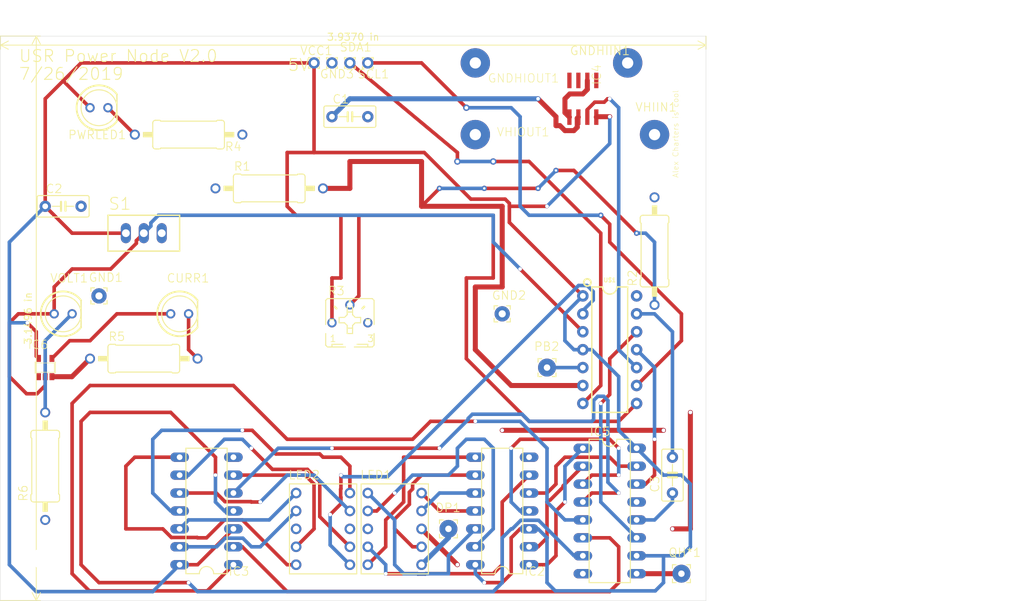
<source format=kicad_pcb>
(kicad_pcb (version 20171130) (host pcbnew 5.1.5-52549c5~84~ubuntu18.04.1)

  (general
    (thickness 1.6)
    (drawings 10)
    (tracks 443)
    (zones 0)
    (modules 36)
    (nets 46)
  )

  (page A4)
  (layers
    (0 Top signal)
    (31 Bottom signal)
    (32 B.Adhes user)
    (33 F.Adhes user)
    (34 B.Paste user)
    (35 F.Paste user)
    (36 B.SilkS user)
    (37 F.SilkS user)
    (38 B.Mask user)
    (39 F.Mask user)
    (40 Dwgs.User user)
    (41 Cmts.User user)
    (42 Eco1.User user)
    (43 Eco2.User user)
    (44 Edge.Cuts user)
    (45 Margin user)
    (46 B.CrtYd user)
    (47 F.CrtYd user)
    (48 B.Fab user)
    (49 F.Fab user)
  )

  (setup
    (last_trace_width 0.25)
    (trace_clearance 0.1524)
    (zone_clearance 0.508)
    (zone_45_only no)
    (trace_min 0.2)
    (via_size 0.8)
    (via_drill 0.4)
    (via_min_size 0.4)
    (via_min_drill 0.3)
    (uvia_size 0.3)
    (uvia_drill 0.1)
    (uvias_allowed no)
    (uvia_min_size 0.2)
    (uvia_min_drill 0.1)
    (edge_width 0.05)
    (segment_width 0.2)
    (pcb_text_width 0.3)
    (pcb_text_size 1.5 1.5)
    (mod_edge_width 0.12)
    (mod_text_size 1 1)
    (mod_text_width 0.15)
    (pad_size 1.524 1.524)
    (pad_drill 0.762)
    (pad_to_mask_clearance 0.051)
    (solder_mask_min_width 0.25)
    (aux_axis_origin 0 0)
    (visible_elements FFFFFF7F)
    (pcbplotparams
      (layerselection 0x010fc_ffffffff)
      (usegerberextensions false)
      (usegerberattributes false)
      (usegerberadvancedattributes false)
      (creategerberjobfile false)
      (excludeedgelayer true)
      (linewidth 0.100000)
      (plotframeref false)
      (viasonmask false)
      (mode 1)
      (useauxorigin false)
      (hpglpennumber 1)
      (hpglpenspeed 20)
      (hpglpendiameter 15.000000)
      (psnegative false)
      (psa4output false)
      (plotreference true)
      (plotvalue true)
      (plotinvisibletext false)
      (padsonsilk false)
      (subtractmaskfromsilk false)
      (outputformat 1)
      (mirror false)
      (drillshape 1)
      (scaleselection 1)
      (outputdirectory ""))
  )

  (net 0 "")
  (net 1 "Net-(C1-Pad2)")
  (net 2 "Net-(C3-Pad2)")
  (net 3 "Net-(IC5-Pad11)")
  (net 4 "Net-(IC5-Pad14)")
  (net 5 "Net-(IC4-Pad7)")
  (net 6 "Net-(R3-PadS)")
  (net 7 "Net-(R1-Pad2)")
  (net 8 "Net-(PB2-Pad1)")
  (net 9 /VCC)
  (net 10 "Net-(IC6-Pad2)")
  (net 11 "Net-(LED2-Pad6)")
  (net 12 "Net-(C1-Pad1)")
  (net 13 "Net-(R2-Pad2)")
  (net 14 "Net-(IC2-Pad11)")
  (net 15 "Net-(IC2-Pad10)")
  (net 16 "Net-(IC2-Pad9)")
  (net 17 "Net-(IC2-Pad8)")
  (net 18 "Net-(IC2-Pad6)")
  (net 19 "Net-(IC2-Pad13)")
  (net 20 "Net-(IC2-Pad12)")
  (net 21 "Net-(IC3-Pad11)")
  (net 22 "Net-(IC3-Pad10)")
  (net 23 "Net-(IC3-Pad9)")
  (net 24 "Net-(IC3-Pad8)")
  (net 25 "Net-(IC3-Pad6)")
  (net 26 "Net-(IC3-Pad13)")
  (net 27 "Net-(IC3-Pad12)")
  (net 28 "Net-(IC2-Pad5)")
  (net 29 "Net-(IC2-Pad4)")
  (net 30 "Net-(IC2-Pad2)")
  (net 31 "Net-(IC2-Pad1)")
  (net 32 "Net-(IC3-Pad5)")
  (net 33 "Net-(IC3-Pad4)")
  (net 34 "Net-(IC3-Pad2)")
  (net 35 "Net-(IC3-Pad1)")
  (net 36 "Net-(C3-Pad1)")
  (net 37 "Net-(IC5-Pad9)")
  (net 38 "Net-(R6-Pad2)")
  (net 39 "Net-(SCL1-Pad1)")
  (net 40 "Net-(SDA1-Pad1)")
  (net 41 "Net-(DP1-Pad1)")
  (net 42 "Net-(GNDHIOUT1-Pad1)")
  (net 43 "Net-(PWRLED1-PadK)")
  (net 44 "Net-(CURR1-PadK)")
  (net 45 "Net-(CURR1-PadA)")

  (net_class Default "This is the default net class."
    (clearance 0.1524)
    (trace_width 0.25)
    (via_dia 0.8)
    (via_drill 0.4)
    (uvia_dia 0.3)
    (uvia_drill 0.1)
    (add_net /VCC)
    (add_net GND)
    (add_net "Net-(C1-Pad1)")
    (add_net "Net-(C1-Pad2)")
    (add_net "Net-(C3-Pad1)")
    (add_net "Net-(C3-Pad2)")
    (add_net "Net-(CURR1-PadA)")
    (add_net "Net-(CURR1-PadK)")
    (add_net "Net-(DP1-Pad1)")
    (add_net "Net-(GNDHIOUT1-Pad1)")
    (add_net "Net-(IC2-Pad1)")
    (add_net "Net-(IC2-Pad10)")
    (add_net "Net-(IC2-Pad11)")
    (add_net "Net-(IC2-Pad12)")
    (add_net "Net-(IC2-Pad13)")
    (add_net "Net-(IC2-Pad2)")
    (add_net "Net-(IC2-Pad4)")
    (add_net "Net-(IC2-Pad5)")
    (add_net "Net-(IC2-Pad6)")
    (add_net "Net-(IC2-Pad8)")
    (add_net "Net-(IC2-Pad9)")
    (add_net "Net-(IC3-Pad1)")
    (add_net "Net-(IC3-Pad10)")
    (add_net "Net-(IC3-Pad11)")
    (add_net "Net-(IC3-Pad12)")
    (add_net "Net-(IC3-Pad13)")
    (add_net "Net-(IC3-Pad2)")
    (add_net "Net-(IC3-Pad4)")
    (add_net "Net-(IC3-Pad5)")
    (add_net "Net-(IC3-Pad6)")
    (add_net "Net-(IC3-Pad8)")
    (add_net "Net-(IC3-Pad9)")
    (add_net "Net-(IC4-Pad7)")
    (add_net "Net-(IC5-Pad11)")
    (add_net "Net-(IC5-Pad14)")
    (add_net "Net-(IC5-Pad9)")
    (add_net "Net-(IC6-Pad2)")
    (add_net "Net-(LED2-Pad6)")
    (add_net "Net-(PB2-Pad1)")
    (add_net "Net-(PWRLED1-PadK)")
    (add_net "Net-(R1-Pad2)")
    (add_net "Net-(R2-Pad2)")
    (add_net "Net-(R3-PadS)")
    (add_net "Net-(R6-Pad2)")
    (add_net "Net-(SCL1-Pad1)")
    (add_net "Net-(SDA1-Pad1)")
  )

  (module "" (layer Top) (tedit 0) (tstamp 0)
    (at 104.3711 139.0536)
    (fp_text reference @HOLE0 (at 0 0) (layer F.SilkS) hide
      (effects (font (size 1.27 1.27) (thickness 0.15)))
    )
    (fp_text value "" (at 0 0) (layer F.SilkS)
      (effects (font (size 1.27 1.27) (thickness 0.15)))
    )
    (pad "" np_thru_hole circle (at 0 0) (size 2.9 2.9) (drill 2.9) (layers *.Cu *.Mask))
  )

  (module "" (layer Top) (tedit 0) (tstamp 0)
    (at 193.2711 69.2036)
    (fp_text reference @HOLE1 (at 0 0) (layer F.SilkS) hide
      (effects (font (size 1.27 1.27) (thickness 0.15)))
    )
    (fp_text value "" (at 0 0) (layer F.SilkS)
      (effects (font (size 1.27 1.27) (thickness 0.15)))
    )
    (pad "" np_thru_hole circle (at 0 0) (size 2.9 2.9) (drill 2.9) (layers *.Cu *.Mask))
  )

  (module PowerNode2:C5B3 (layer Top) (tedit 0) (tstamp 5E214EB9)
    (at 148.0311 76.4236)
    (descr "<B>MKS2</B>, 7.5 x 3 mm, grid 5.08 mm")
    (path /DB2CE5A6)
    (fp_text reference C1 (at -2.54 -1.778) (layer F.SilkS)
      (effects (font (size 1.2065 1.2065) (thickness 0.12065)) (justify left bottom))
    )
    (fp_text value 1nF (at -2.54 3.048) (layer F.Fab)
      (effects (font (size 1.2065 1.2065) (thickness 0.12065)) (justify left bottom))
    )
    (fp_arc (start -3.429 -1.27) (end -3.683 -1.27) (angle 90) (layer F.SilkS) (width 0.1524))
    (fp_arc (start -3.429 1.27) (end -3.683 1.27) (angle -90) (layer F.SilkS) (width 0.1524))
    (fp_arc (start 3.429 1.27) (end 3.429 1.524) (angle -90) (layer F.SilkS) (width 0.1524))
    (fp_arc (start 3.429 -1.27) (end 3.429 -1.524) (angle 90) (layer F.SilkS) (width 0.1524))
    (fp_line (start 3.429 -1.524) (end -3.429 -1.524) (layer F.SilkS) (width 0.1524))
    (fp_line (start 3.683 1.27) (end 3.683 -1.27) (layer F.SilkS) (width 0.1524))
    (fp_line (start -3.429 1.524) (end 3.429 1.524) (layer F.SilkS) (width 0.1524))
    (fp_line (start -3.683 -1.27) (end -3.683 1.27) (layer F.SilkS) (width 0.1524))
    (fp_line (start 0.3302 0) (end 1.524 0) (layer F.SilkS) (width 0.1524))
    (fp_line (start 0.3302 0) (end 0.3302 0.635) (layer F.SilkS) (width 0.3048))
    (fp_line (start 0.3302 -0.635) (end 0.3302 0) (layer F.SilkS) (width 0.3048))
    (fp_line (start -0.3048 0) (end -1.524 0) (layer F.SilkS) (width 0.1524))
    (fp_line (start -0.3048 0) (end -0.3048 0.635) (layer F.SilkS) (width 0.3048))
    (fp_line (start -0.3048 -0.635) (end -0.3048 0) (layer F.SilkS) (width 0.3048))
    (pad 2 thru_hole circle (at 2.54 0) (size 1.6002 1.6002) (drill 0.8128) (layers *.Cu *.Mask)
      (net 1 "Net-(C1-Pad2)") (solder_mask_margin 0.1016))
    (pad 1 thru_hole circle (at -2.54 0) (size 1.6002 1.6002) (drill 0.8128) (layers *.Cu *.Mask)
      (net 12 "Net-(C1-Pad1)") (solder_mask_margin 0.1016))
  )

  (module PowerNode2:C5B3 (layer Top) (tedit 0) (tstamp 5E214ECC)
    (at 107.3911 89.1236)
    (descr "<B>MKS2</B>, 7.5 x 3 mm, grid 5.08 mm")
    (path /B94C3227)
    (fp_text reference C2 (at -2.54 -1.778) (layer F.SilkS)
      (effects (font (size 1.2065 1.2065) (thickness 0.12065)) (justify left bottom))
    )
    (fp_text value 0.1uF (at -2.54 3.048) (layer F.Fab)
      (effects (font (size 1.2065 1.2065) (thickness 0.12065)) (justify left bottom))
    )
    (fp_arc (start -3.429 -1.27) (end -3.683 -1.27) (angle 90) (layer F.SilkS) (width 0.1524))
    (fp_arc (start -3.429 1.27) (end -3.683 1.27) (angle -90) (layer F.SilkS) (width 0.1524))
    (fp_arc (start 3.429 1.27) (end 3.429 1.524) (angle -90) (layer F.SilkS) (width 0.1524))
    (fp_arc (start 3.429 -1.27) (end 3.429 -1.524) (angle 90) (layer F.SilkS) (width 0.1524))
    (fp_line (start 3.429 -1.524) (end -3.429 -1.524) (layer F.SilkS) (width 0.1524))
    (fp_line (start 3.683 1.27) (end 3.683 -1.27) (layer F.SilkS) (width 0.1524))
    (fp_line (start -3.429 1.524) (end 3.429 1.524) (layer F.SilkS) (width 0.1524))
    (fp_line (start -3.683 -1.27) (end -3.683 1.27) (layer F.SilkS) (width 0.1524))
    (fp_line (start 0.3302 0) (end 1.524 0) (layer F.SilkS) (width 0.1524))
    (fp_line (start 0.3302 0) (end 0.3302 0.635) (layer F.SilkS) (width 0.3048))
    (fp_line (start 0.3302 -0.635) (end 0.3302 0) (layer F.SilkS) (width 0.3048))
    (fp_line (start -0.3048 0) (end -1.524 0) (layer F.SilkS) (width 0.1524))
    (fp_line (start -0.3048 0) (end -0.3048 0.635) (layer F.SilkS) (width 0.3048))
    (fp_line (start -0.3048 -0.635) (end -0.3048 0) (layer F.SilkS) (width 0.3048))
    (pad 2 thru_hole circle (at 2.54 0) (size 1.6002 1.6002) (drill 0.8128) (layers *.Cu *.Mask)
      (net 1 "Net-(C1-Pad2)") (solder_mask_margin 0.1016))
    (pad 1 thru_hole circle (at -2.54 0) (size 1.6002 1.6002) (drill 0.8128) (layers *.Cu *.Mask)
      (net 9 /VCC) (solder_mask_margin 0.1016))
  )

  (module PowerNode2:1,6_0,9 (layer Top) (tedit 0) (tstamp 5E214EDF)
    (at 145.4911 68.8036)
    (descr "<b>THROUGH-HOLE PAD</b>")
    (path /8E097FD0)
    (fp_text reference GND3 (at -1.778 2.286) (layer F.SilkS)
      (effects (font (size 1.2065 1.2065) (thickness 0.12065)) (justify left bottom))
    )
    (fp_text value WIREPAD1,6_0,9 (at 0 -1.2) (layer F.Fab)
      (effects (font (size 0.02413 0.02413) (thickness 0.00193)) (justify left bottom))
    )
    (fp_circle (center 0 0) (end 0.635 0) (layer F.Fab) (width 0.1524))
    (fp_line (start 0.762 -0.762) (end 0.508 -0.762) (layer F.SilkS) (width 0.1524))
    (fp_line (start 0.762 -0.508) (end 0.762 -0.762) (layer F.SilkS) (width 0.1524))
    (fp_line (start 0.762 0.762) (end 0.762 0.508) (layer F.SilkS) (width 0.1524))
    (fp_line (start 0.508 0.762) (end 0.762 0.762) (layer F.SilkS) (width 0.1524))
    (fp_line (start -0.762 0.762) (end -0.508 0.762) (layer F.SilkS) (width 0.1524))
    (fp_line (start -0.762 0.508) (end -0.762 0.762) (layer F.SilkS) (width 0.1524))
    (fp_line (start -0.762 -0.762) (end -0.762 -0.508) (layer F.SilkS) (width 0.1524))
    (fp_line (start -0.508 -0.762) (end -0.762 -0.762) (layer F.SilkS) (width 0.1524))
    (pad 1 thru_hole circle (at 0 0) (size 1.6002 1.6002) (drill 0.9144) (layers *.Cu *.Mask)
      (net 1 "Net-(C1-Pad2)") (solder_mask_margin 0.1016))
  )

  (module PowerNode2:0411_15 (layer Top) (tedit 0) (tstamp 5E214EEC)
    (at 136.6011 86.5836)
    (descr "<b>RESISTOR</b><p>\ntype 0411, grid 15 mm")
    (path /6C31DF7B)
    (fp_text reference R1 (at -5.08 -2.413) (layer F.SilkS)
      (effects (font (size 1.2065 1.2065) (thickness 0.12065)) (justify left bottom))
    )
    (fp_text value 300k (at -3.5814 0.635) (layer F.Fab)
      (effects (font (size 1.2065 1.2065) (thickness 0.12065)) (justify left bottom))
    )
    (fp_poly (pts (xy -6.477 0.381) (xy -5.08 0.381) (xy -5.08 -0.381) (xy -6.477 -0.381)) (layer F.SilkS) (width 0))
    (fp_poly (pts (xy 5.08 0.381) (xy 6.477 0.381) (xy 6.477 -0.381) (xy 5.08 -0.381)) (layer F.SilkS) (width 0))
    (fp_line (start 6.35 0) (end 7.62 0) (layer F.Fab) (width 0.762))
    (fp_line (start -7.62 0) (end -6.35 0) (layer F.Fab) (width 0.762))
    (fp_line (start -4.699 2.032) (end -4.064 2.032) (layer F.SilkS) (width 0.1524))
    (fp_line (start -4.699 -2.032) (end -4.064 -2.032) (layer F.SilkS) (width 0.1524))
    (fp_line (start -5.08 -1.651) (end -5.08 1.651) (layer F.SilkS) (width 0.1524))
    (fp_line (start -3.937 1.905) (end 3.937 1.905) (layer F.SilkS) (width 0.1524))
    (fp_line (start -3.937 1.905) (end -4.064 2.032) (layer F.SilkS) (width 0.1524))
    (fp_line (start -3.937 -1.905) (end 3.937 -1.905) (layer F.SilkS) (width 0.1524))
    (fp_line (start -3.937 -1.905) (end -4.064 -2.032) (layer F.SilkS) (width 0.1524))
    (fp_line (start 3.937 1.905) (end 4.064 2.032) (layer F.SilkS) (width 0.1524))
    (fp_line (start 4.699 2.032) (end 4.064 2.032) (layer F.SilkS) (width 0.1524))
    (fp_line (start 3.937 -1.905) (end 4.064 -2.032) (layer F.SilkS) (width 0.1524))
    (fp_line (start 4.699 -2.032) (end 4.064 -2.032) (layer F.SilkS) (width 0.1524))
    (fp_arc (start -4.699 -1.651) (end -5.08 -1.651) (angle 90) (layer F.SilkS) (width 0.1524))
    (fp_arc (start 4.699 1.651) (end 4.699 2.032) (angle -90) (layer F.SilkS) (width 0.1524))
    (fp_arc (start -4.699 1.651) (end -5.08 1.651) (angle -90) (layer F.SilkS) (width 0.1524))
    (fp_arc (start 4.699 -1.651) (end 4.699 -2.032) (angle 90) (layer F.SilkS) (width 0.1524))
    (fp_line (start 5.08 1.651) (end 5.08 -1.651) (layer F.SilkS) (width 0.1524))
    (pad 2 thru_hole circle (at 7.62 0) (size 1.4224 1.4224) (drill 0.9144) (layers *.Cu *.Mask)
      (net 7 "Net-(R1-Pad2)") (solder_mask_margin 0.1016))
    (pad 1 thru_hole circle (at -7.62 0) (size 1.4224 1.4224) (drill 0.9144) (layers *.Cu *.Mask)
      (net 1 "Net-(C1-Pad2)") (solder_mask_margin 0.1016))
  )

  (module PowerNode2:0411_15 (layer Top) (tedit 0) (tstamp 5E214F05)
    (at 191.2111 95.4736 90)
    (descr "<b>RESISTOR</b><p>\ntype 0411, grid 15 mm")
    (path /00509794)
    (fp_text reference R2 (at -5.08 -2.413 90) (layer F.SilkS)
      (effects (font (size 1.2065 1.2065) (thickness 0.12065)) (justify left bottom))
    )
    (fp_text value 1.2M (at -3.5814 0.635 90) (layer F.Fab)
      (effects (font (size 1.2065 1.2065) (thickness 0.12065)) (justify left bottom))
    )
    (fp_poly (pts (xy -6.477 0.381) (xy -5.08 0.381) (xy -5.08 -0.381) (xy -6.477 -0.381)) (layer F.SilkS) (width 0))
    (fp_poly (pts (xy 5.08 0.381) (xy 6.477 0.381) (xy 6.477 -0.381) (xy 5.08 -0.381)) (layer F.SilkS) (width 0))
    (fp_line (start 6.35 0) (end 7.62 0) (layer F.Fab) (width 0.762))
    (fp_line (start -7.62 0) (end -6.35 0) (layer F.Fab) (width 0.762))
    (fp_line (start -4.699 2.032) (end -4.064 2.032) (layer F.SilkS) (width 0.1524))
    (fp_line (start -4.699 -2.032) (end -4.064 -2.032) (layer F.SilkS) (width 0.1524))
    (fp_line (start -5.08 -1.651) (end -5.08 1.651) (layer F.SilkS) (width 0.1524))
    (fp_line (start -3.937 1.905) (end 3.937 1.905) (layer F.SilkS) (width 0.1524))
    (fp_line (start -3.937 1.905) (end -4.064 2.032) (layer F.SilkS) (width 0.1524))
    (fp_line (start -3.937 -1.905) (end 3.937 -1.905) (layer F.SilkS) (width 0.1524))
    (fp_line (start -3.937 -1.905) (end -4.064 -2.032) (layer F.SilkS) (width 0.1524))
    (fp_line (start 3.937 1.905) (end 4.064 2.032) (layer F.SilkS) (width 0.1524))
    (fp_line (start 4.699 2.032) (end 4.064 2.032) (layer F.SilkS) (width 0.1524))
    (fp_line (start 3.937 -1.905) (end 4.064 -2.032) (layer F.SilkS) (width 0.1524))
    (fp_line (start 4.699 -2.032) (end 4.064 -2.032) (layer F.SilkS) (width 0.1524))
    (fp_arc (start -4.699 -1.651) (end -5.08 -1.651) (angle 90) (layer F.SilkS) (width 0.1524))
    (fp_arc (start 4.699 1.651) (end 4.699 2.032) (angle -90) (layer F.SilkS) (width 0.1524))
    (fp_arc (start -4.699 1.651) (end -5.08 1.651) (angle -90) (layer F.SilkS) (width 0.1524))
    (fp_arc (start 4.699 -1.651) (end 4.699 -2.032) (angle 90) (layer F.SilkS) (width 0.1524))
    (fp_line (start 5.08 1.651) (end 5.08 -1.651) (layer F.SilkS) (width 0.1524))
    (pad 2 thru_hole circle (at 7.62 0 90) (size 1.4224 1.4224) (drill 0.9144) (layers *.Cu *.Mask)
      (net 13 "Net-(R2-Pad2)") (solder_mask_margin 0.1016))
    (pad 1 thru_hole circle (at -7.62 0 90) (size 1.4224 1.4224) (drill 0.9144) (layers *.Cu *.Mask)
      (net 7 "Net-(R1-Pad2)") (solder_mask_margin 0.1016))
  )

  (module PowerNode2:B25P (layer Top) (tedit 0) (tstamp 5E214F1E)
    (at 148.0311 105.6336)
    (descr "<b>POTENTIOMETER</b><p>\nBeckman Helitrim 25")
    (path /9D3B2993)
    (fp_text reference R3 (at -3.175 -3.81) (layer F.SilkS)
      (effects (font (size 1.2065 1.2065) (thickness 0.12065)) (justify left bottom))
    )
    (fp_text value TRIM_US-B25P (at -3.1496 5.08) (layer F.Fab)
      (effects (font (size 1.2065 1.2065) (thickness 0.12065)) (justify left bottom))
    )
    (fp_text user 1 (at -2.921 2.794) (layer F.SilkS)
      (effects (font (size 0.94107 0.94107) (thickness 0.118872)) (justify left bottom))
    )
    (fp_text user 3 (at 2.413 2.794) (layer F.SilkS)
      (effects (font (size 0.94107 0.94107) (thickness 0.118872)) (justify left bottom))
    )
    (fp_circle (center 0 -0.381) (end 2.032 -0.381) (layer F.Fab) (width 0.1524))
    (fp_line (start 1.016 3.048) (end 2.54 3.048) (layer F.SilkS) (width 0.1524))
    (fp_line (start -2.54 3.048) (end -1.016 3.048) (layer F.SilkS) (width 0.1524))
    (fp_line (start 2.54 3.429) (end 3.175 3.429) (layer F.SilkS) (width 0.1524))
    (fp_line (start 0.635 3.429) (end 2.54 3.429) (layer F.SilkS) (width 0.1524))
    (fp_line (start -0.635 3.429) (end 0.635 3.429) (layer F.Fab) (width 0.1524))
    (fp_line (start -2.54 3.429) (end -0.635 3.429) (layer F.SilkS) (width 0.1524))
    (fp_line (start 2.54 3.429) (end 2.54 3.048) (layer F.SilkS) (width 0.1524))
    (fp_line (start -1.016 3.048) (end 1.016 3.048) (layer F.Fab) (width 0.1524))
    (fp_line (start -2.54 3.048) (end -2.54 3.429) (layer F.SilkS) (width 0.1524))
    (fp_line (start -0.381 0.762) (end -0.381 1.524) (layer F.SilkS) (width 0.1524))
    (fp_line (start 0.381 0.762) (end 0.381 0.381) (layer F.SilkS) (width 0.1524))
    (fp_line (start 0.381 0.762) (end -0.381 0.762) (layer F.SilkS) (width 0.1524))
    (fp_line (start -0.381 -1.524) (end -0.381 -1.143) (layer F.SilkS) (width 0.1524))
    (fp_line (start 0.381 -1.524) (end 0.381 -2.286) (layer F.SilkS) (width 0.1524))
    (fp_line (start 0.381 -1.524) (end -0.381 -1.524) (layer F.SilkS) (width 0.1524))
    (fp_line (start -2.3876 -0.381) (end -2.7686 -0.381) (layer F.SilkS) (width 0.3048))
    (fp_line (start -1.905 -2.032) (end -2.159 -2.286) (layer F.SilkS) (width 0.3048))
    (fp_line (start 0 -2.7178) (end 0 -3.0988) (layer F.SilkS) (width 0.3048))
    (fp_line (start 1.778 -2.032) (end 2.032 -2.286) (layer F.SilkS) (width 0.3048))
    (fp_line (start 2.3876 -0.381) (end 2.7686 -0.381) (layer F.SilkS) (width 0.3048))
    (fp_line (start 1.778 1.397) (end 2.032 1.651) (layer F.Fab) (width 0.3048))
    (fp_line (start -1.778 1.397) (end -2.032 1.651) (layer F.Fab) (width 0.3048))
    (fp_line (start 0.381 0.381) (end 0.762 0) (layer F.SilkS) (width 0.1524))
    (fp_line (start 0.381 1.524) (end 0.381 0.762) (layer F.SilkS) (width 0.1524))
    (fp_line (start -0.381 1.524) (end 0.381 1.524) (layer F.SilkS) (width 0.1524))
    (fp_line (start -0.381 0.381) (end -0.381 0.762) (layer F.SilkS) (width 0.1524))
    (fp_line (start -0.381 0.381) (end -0.762 0) (layer F.SilkS) (width 0.1524))
    (fp_line (start -1.524 0) (end -0.762 0) (layer F.SilkS) (width 0.1524))
    (fp_line (start -1.524 -0.762) (end -1.524 0) (layer F.SilkS) (width 0.1524))
    (fp_line (start -0.762 -0.762) (end -1.524 -0.762) (layer F.SilkS) (width 0.1524))
    (fp_line (start -0.381 -1.143) (end -0.762 -0.762) (layer F.SilkS) (width 0.1524))
    (fp_line (start -0.381 -2.286) (end -0.381 -1.524) (layer F.SilkS) (width 0.1524))
    (fp_line (start 0.381 -2.286) (end -0.381 -2.286) (layer F.SilkS) (width 0.1524))
    (fp_line (start 0.381 -1.143) (end 0.381 -1.524) (layer F.SilkS) (width 0.1524))
    (fp_line (start 0.762 -0.762) (end 0.381 -1.143) (layer F.SilkS) (width 0.1524))
    (fp_line (start 1.524 -0.762) (end 0.762 -0.762) (layer F.SilkS) (width 0.1524))
    (fp_line (start 1.524 0) (end 1.524 -0.762) (layer F.SilkS) (width 0.1524))
    (fp_line (start 0.762 0) (end 1.524 0) (layer F.SilkS) (width 0.1524))
    (fp_line (start -3.429 1.524) (end -3.429 3.175) (layer F.SilkS) (width 0.1524))
    (fp_line (start -3.429 0.254) (end -3.429 1.524) (layer F.Fab) (width 0.1524))
    (fp_line (start -3.429 -3.175) (end -3.429 0.254) (layer F.SilkS) (width 0.1524))
    (fp_line (start -3.175 -3.429) (end -3.429 -3.175) (layer F.SilkS) (width 0.1524))
    (fp_line (start -3.175 3.429) (end -3.429 3.175) (layer F.SilkS) (width 0.1524))
    (fp_line (start 3.429 0.254) (end 3.429 -3.175) (layer F.SilkS) (width 0.1524))
    (fp_line (start 3.429 1.524) (end 3.429 0.254) (layer F.Fab) (width 0.1524))
    (fp_line (start 3.429 3.175) (end 3.429 1.524) (layer F.SilkS) (width 0.1524))
    (fp_line (start 3.175 3.429) (end 3.429 3.175) (layer F.SilkS) (width 0.1524))
    (fp_line (start 3.175 -3.429) (end 3.429 -3.175) (layer F.SilkS) (width 0.1524))
    (fp_line (start -3.175 3.429) (end -2.54 3.429) (layer F.SilkS) (width 0.1524))
    (fp_line (start 3.175 -3.429) (end -3.175 -3.429) (layer F.SilkS) (width 0.1524))
    (pad S thru_hole circle (at 0 -2.54) (size 1.3208 1.3208) (drill 0.8128) (layers *.Cu *.Mask)
      (net 6 "Net-(R3-PadS)") (solder_mask_margin 0.1016))
    (pad E thru_hole circle (at 2.54 0) (size 1.3208 1.3208) (drill 0.8128) (layers *.Cu *.Mask)
      (net 1 "Net-(C1-Pad2)") (solder_mask_margin 0.1016))
    (pad A thru_hole circle (at -2.54 0) (size 1.3208 1.3208) (drill 0.8128) (layers *.Cu *.Mask)
      (net 9 /VCC) (solder_mask_margin 0.1016))
  )

  (module PowerNode2:1,6_0,9 (layer Top) (tedit 0) (tstamp 5E214F59)
    (at 150.5711 68.8036)
    (descr "<b>THROUGH-HOLE PAD</b>")
    (path /252148C1)
    (fp_text reference SCL1 (at -1.524 2.286) (layer F.SilkS)
      (effects (font (size 1.2065 1.2065) (thickness 0.12065)) (justify left bottom))
    )
    (fp_text value WIREPAD1,6_0,9 (at 0 -1.2) (layer F.Fab)
      (effects (font (size 0.02413 0.02413) (thickness 0.00193)) (justify left bottom))
    )
    (fp_circle (center 0 0) (end 0.635 0) (layer F.Fab) (width 0.1524))
    (fp_line (start 0.762 -0.762) (end 0.508 -0.762) (layer F.SilkS) (width 0.1524))
    (fp_line (start 0.762 -0.508) (end 0.762 -0.762) (layer F.SilkS) (width 0.1524))
    (fp_line (start 0.762 0.762) (end 0.762 0.508) (layer F.SilkS) (width 0.1524))
    (fp_line (start 0.508 0.762) (end 0.762 0.762) (layer F.SilkS) (width 0.1524))
    (fp_line (start -0.762 0.762) (end -0.508 0.762) (layer F.SilkS) (width 0.1524))
    (fp_line (start -0.762 0.508) (end -0.762 0.762) (layer F.SilkS) (width 0.1524))
    (fp_line (start -0.762 -0.762) (end -0.762 -0.508) (layer F.SilkS) (width 0.1524))
    (fp_line (start -0.508 -0.762) (end -0.762 -0.762) (layer F.SilkS) (width 0.1524))
    (pad 1 thru_hole circle (at 0 0) (size 1.6002 1.6002) (drill 0.9144) (layers *.Cu *.Mask)
      (net 39 "Net-(SCL1-Pad1)") (solder_mask_margin 0.1016))
  )

  (module PowerNode2:1,6_0,9 (layer Top) (tedit 0) (tstamp 5E214F66)
    (at 148.0311 68.8036)
    (descr "<b>THROUGH-HOLE PAD</b>")
    (path /943CED1C)
    (fp_text reference SDA1 (at -1.524 -1.524) (layer F.SilkS)
      (effects (font (size 1.2065 1.2065) (thickness 0.12065)) (justify left bottom))
    )
    (fp_text value WIREPAD1,6_0,9 (at 0 -1.2) (layer F.Fab)
      (effects (font (size 0.02413 0.02413) (thickness 0.00193)) (justify left bottom))
    )
    (fp_circle (center 0 0) (end 0.635 0) (layer F.Fab) (width 0.1524))
    (fp_line (start 0.762 -0.762) (end 0.508 -0.762) (layer F.SilkS) (width 0.1524))
    (fp_line (start 0.762 -0.508) (end 0.762 -0.762) (layer F.SilkS) (width 0.1524))
    (fp_line (start 0.762 0.762) (end 0.762 0.508) (layer F.SilkS) (width 0.1524))
    (fp_line (start 0.508 0.762) (end 0.762 0.762) (layer F.SilkS) (width 0.1524))
    (fp_line (start -0.762 0.762) (end -0.508 0.762) (layer F.SilkS) (width 0.1524))
    (fp_line (start -0.762 0.508) (end -0.762 0.762) (layer F.SilkS) (width 0.1524))
    (fp_line (start -0.762 -0.762) (end -0.762 -0.508) (layer F.SilkS) (width 0.1524))
    (fp_line (start -0.508 -0.762) (end -0.762 -0.762) (layer F.SilkS) (width 0.1524))
    (pad 1 thru_hole circle (at 0 0) (size 1.6002 1.6002) (drill 0.9144) (layers *.Cu *.Mask)
      (net 40 "Net-(SDA1-Pad1)") (solder_mask_margin 0.1016))
  )

  (module PowerNode2:DIP14 (layer Top) (tedit 0) (tstamp 5E214F73)
    (at 184.8611 109.4436 270)
    (path /BABD3B23)
    (fp_text reference U$1 (at -9.525 0) (layer F.SilkS)
      (effects (font (size 0.57912 0.57912) (thickness 0.115824)) (justify bottom))
    )
    (fp_text value ATTINY84ATTINY84-20PU (at 10.16 0) (layer F.Fab)
      (effects (font (size 0.57912 0.57912) (thickness 0.115824)) (justify bottom))
    )
    (fp_circle (center -9.525 3.175) (end -9.017 3.175) (layer F.SilkS) (width 0.254))
    (fp_arc (start -8.89 0) (end -8.89 1.016) (angle -180) (layer F.SilkS) (width 0.2032))
    (fp_line (start -8.89 2.54) (end -8.89 1.016) (layer F.SilkS) (width 0.2032))
    (fp_line (start -8.89 -2.54) (end -8.89 -1.016) (layer F.SilkS) (width 0.2032))
    (fp_line (start 8.89 -2.54) (end 8.89 2.54) (layer F.SilkS) (width 0.2032))
    (fp_line (start -8.89 2.54) (end 8.89 2.54) (layer F.SilkS) (width 0.2032))
    (fp_line (start 8.89 -2.54) (end -8.89 -2.54) (layer F.SilkS) (width 0.2032))
    (pad 14 thru_hole circle (at -7.62 -3.81) (size 1.6256 1.6256) (drill 0.8128) (layers *.Cu *.Mask)
      (net 1 "Net-(C1-Pad2)") (solder_mask_margin 0.1016))
    (pad 13 thru_hole circle (at -5.08 -3.81) (size 1.6256 1.6256) (drill 0.8128) (layers *.Cu *.Mask)
      (net 2 "Net-(C3-Pad2)") (solder_mask_margin 0.1016))
    (pad 12 thru_hole circle (at -2.54 -3.81) (size 1.6256 1.6256) (drill 0.8128) (layers *.Cu *.Mask)
      (net 3 "Net-(IC5-Pad11)") (solder_mask_margin 0.1016))
    (pad 11 thru_hole circle (at 0 -3.81) (size 1.6256 1.6256) (drill 0.8128) (layers *.Cu *.Mask)
      (net 4 "Net-(IC5-Pad14)") (solder_mask_margin 0.1016))
    (pad 10 thru_hole circle (at 2.54 -3.81) (size 1.6256 1.6256) (drill 0.8128) (layers *.Cu *.Mask)
      (net 5 "Net-(IC4-Pad7)") (solder_mask_margin 0.1016))
    (pad 9 thru_hole circle (at 5.08 -3.81) (size 1.6256 1.6256) (drill 0.8128) (layers *.Cu *.Mask)
      (net 39 "Net-(SCL1-Pad1)") (solder_mask_margin 0.1016))
    (pad 8 thru_hole circle (at 7.62 -3.81) (size 1.6256 1.6256) (drill 0.8128) (layers *.Cu *.Mask)
      (net 6 "Net-(R3-PadS)") (solder_mask_margin 0.1016))
    (pad 7 thru_hole circle (at 7.62 3.81) (size 1.6256 1.6256) (drill 0.8128) (layers *.Cu *.Mask)
      (net 40 "Net-(SDA1-Pad1)") (solder_mask_margin 0.1016))
    (pad 6 thru_hole circle (at 5.08 3.81) (size 1.6256 1.6256) (drill 0.8128) (layers *.Cu *.Mask)
      (net 7 "Net-(R1-Pad2)") (solder_mask_margin 0.1016))
    (pad 5 thru_hole circle (at 2.54 3.81) (size 1.6256 1.6256) (drill 0.8128) (layers *.Cu *.Mask)
      (net 8 "Net-(PB2-Pad1)") (solder_mask_margin 0.1016))
    (pad 4 thru_hole circle (at 0 3.81) (size 1.6256 1.6256) (drill 0.8128) (layers *.Cu *.Mask)
      (net 9 /VCC) (solder_mask_margin 0.1016))
    (pad 3 thru_hole circle (at -2.54 3.81) (size 1.6256 1.6256) (drill 0.8128) (layers *.Cu *.Mask)
      (net 10 "Net-(IC6-Pad2)") (solder_mask_margin 0.1016))
    (pad 2 thru_hole circle (at -5.08 3.81) (size 1.6256 1.6256) (drill 0.8128) (layers *.Cu *.Mask)
      (net 11 "Net-(LED2-Pad6)") (solder_mask_margin 0.1016))
    (pad 1 thru_hole circle (at -7.62 3.81) (size 1.6256 1.6256) (drill 0.8128) (layers *.Cu *.Mask)
      (net 9 /VCC) (solder_mask_margin 0.1016))
  )

  (module PowerNode2:1,6_0,9 (layer Top) (tedit 0) (tstamp 5E214F8B)
    (at 142.9511 68.8036)
    (descr "<b>THROUGH-HOLE PAD</b>")
    (path /D0DD1D8E)
    (fp_text reference VCC1 (at -2.032 -1.016) (layer F.SilkS)
      (effects (font (size 1.2065 1.2065) (thickness 0.12065)) (justify left bottom))
    )
    (fp_text value WIREPAD1,6_0,9 (at 0 -1.2) (layer F.Fab)
      (effects (font (size 0.02413 0.02413) (thickness 0.00193)) (justify left bottom))
    )
    (fp_circle (center 0 0) (end 0.635 0) (layer F.Fab) (width 0.1524))
    (fp_line (start 0.762 -0.762) (end 0.508 -0.762) (layer F.SilkS) (width 0.1524))
    (fp_line (start 0.762 -0.508) (end 0.762 -0.762) (layer F.SilkS) (width 0.1524))
    (fp_line (start 0.762 0.762) (end 0.762 0.508) (layer F.SilkS) (width 0.1524))
    (fp_line (start 0.508 0.762) (end 0.762 0.762) (layer F.SilkS) (width 0.1524))
    (fp_line (start -0.762 0.762) (end -0.508 0.762) (layer F.SilkS) (width 0.1524))
    (fp_line (start -0.762 0.508) (end -0.762 0.762) (layer F.SilkS) (width 0.1524))
    (fp_line (start -0.762 -0.762) (end -0.762 -0.508) (layer F.SilkS) (width 0.1524))
    (fp_line (start -0.508 -0.762) (end -0.762 -0.762) (layer F.SilkS) (width 0.1524))
    (pad 1 thru_hole circle (at 0 0) (size 1.6002 1.6002) (drill 0.9144) (layers *.Cu *.Mask)
      (net 9 /VCC) (solder_mask_margin 0.1016))
  )

  (module PowerNode2:4,16O1,6 (layer Top) (tedit 0) (tstamp 5E214F98)
    (at 191.2111 78.9636)
    (descr "<b>THROUGH-HOLE PAD</b>")
    (path /3ABF0FC0)
    (fp_text reference VHIIN1 (at -2.794 -3.175) (layer F.SilkS)
      (effects (font (size 1.2065 1.2065) (thickness 0.12065)) (justify left bottom))
    )
    (fp_text value WIREPAD4,16O1,6 (at 0 -1.2) (layer F.Fab)
      (effects (font (size 0.02413 0.02413) (thickness 0.00193)) (justify left bottom))
    )
    (pad 1 thru_hole circle (at 0 0) (size 4.1656 4.1656) (drill 1.6002) (layers *.Cu *.Mask)
      (net 13 "Net-(R2-Pad2)") (solder_mask_margin 0.1016))
  )

  (module PowerNode2:4,16O1,6 (layer Top) (tedit 0) (tstamp 5E214F9C)
    (at 187.4011 68.8036)
    (descr "<b>THROUGH-HOLE PAD</b>")
    (path /9FE8900C)
    (fp_text reference GNDHIIN1 (at -8.255 -1.016) (layer F.SilkS)
      (effects (font (size 1.2065 1.2065) (thickness 0.12065)) (justify left bottom))
    )
    (fp_text value WIREPAD4,16O1,6 (at 0 -1.2) (layer F.Fab)
      (effects (font (size 0.02413 0.02413) (thickness 0.00193)) (justify left bottom))
    )
    (pad 1 thru_hole circle (at 0 0) (size 4.1656 4.1656) (drill 1.6002) (layers *.Cu *.Mask)
      (net 1 "Net-(C1-Pad2)") (solder_mask_margin 0.1016))
  )

  (module PowerNode2:S4301B (layer Top) (tedit 0) (tstamp 5E214FA0)
    (at 154.3811 134.8436)
    (descr "<b>Single Digit LED Numeric Display</b><p>\nSource: LITEON .. S4301B.pdf")
    (path /D5D4A691)
    (fp_text reference LED1 (at -4.953 -6.9342) (layer F.SilkS)
      (effects (font (size 1.2065 1.2065) (thickness 0.12065)) (justify left bottom))
    )
    (fp_text value S4301B (at -4.953 8.1788) (layer F.Fab)
      (effects (font (size 1.2065 1.2065) (thickness 0.12065)) (justify left bottom))
    )
    (fp_circle (center 3.073 4.574) (end 3.327 4.574) (layer F.Fab) (width 0.6096))
    (fp_line (start 3.073 -3.939) (end 2.413 -0.762) (layer F.Fab) (width 0.6096))
    (fp_line (start -0.991 -4.574) (end 2.438 -4.574) (layer F.Fab) (width 0.6096))
    (fp_line (start -2.311 -0.66) (end -1.678 -3.837) (layer F.Fab) (width 0.6096))
    (fp_line (start -2.413 0.635) (end -3.023 3.812) (layer F.Fab) (width 0.6096))
    (fp_line (start 1.651 0) (end -1.778 0) (layer F.Fab) (width 0.6096))
    (fp_line (start 1.676 3.812) (end 2.286 0.635) (layer F.Fab) (width 0.6096))
    (fp_line (start -2.388 4.574) (end 1.041 4.574) (layer F.Fab) (width 0.6096))
    (fp_line (start 2.5908 0.5334) (end 2.3368 0.2794) (layer F.Fab) (width 0.254))
    (fp_line (start 2.0316 3.939) (end 2.5908 0.5334) (layer F.Fab) (width 0.254))
    (fp_line (start 1.7014 4.2692) (end 2.0316 3.939) (layer F.Fab) (width 0.254))
    (fp_line (start 1.2696 3.8374) (end 1.7014 4.2692) (layer F.Fab) (width 0.254))
    (fp_line (start 1.8288 0.7874) (end 1.2696 3.8374) (layer F.Fab) (width 0.254))
    (fp_line (start 2.3368 0.2794) (end 1.8288 0.7874) (layer F.Fab) (width 0.254))
    (fp_line (start -2.4134 4.955) (end -2.7944 4.574) (layer F.Fab) (width 0.254))
    (fp_line (start 1.0156 4.955) (end -2.4134 4.955) (layer F.Fab) (width 0.254))
    (fp_line (start 1.3966 4.574) (end 1.0156 4.955) (layer F.Fab) (width 0.254))
    (fp_line (start 1.0156 4.193) (end 1.3966 4.574) (layer F.Fab) (width 0.254))
    (fp_line (start -2.4134 4.193) (end 1.0156 4.193) (layer F.Fab) (width 0.254))
    (fp_line (start -2.7944 4.574) (end -2.4134 4.193) (layer F.Fab) (width 0.254))
    (fp_line (start -3.4294 3.939) (end -3.0992 4.2692) (layer F.Fab) (width 0.254))
    (fp_line (start -2.8702 0.7366) (end -3.4294 3.939) (layer F.Fab) (width 0.254))
    (fp_line (start -2.4638 0.3302) (end -2.8702 0.7366) (layer F.Fab) (width 0.254))
    (fp_line (start -2.642 3.812) (end -2.0828 0.7112) (layer F.Fab) (width 0.254))
    (fp_line (start -3.0992 4.2692) (end -2.642 3.812) (layer F.Fab) (width 0.254))
    (fp_line (start -2.4638 0.3302) (end -2.0828 0.7112) (layer F.Fab) (width 0.254))
    (fp_line (start -1.8034 0.381) (end -2.1082 0.0762) (layer F.Fab) (width 0.254))
    (fp_line (start 1.6256 0.381) (end -1.8034 0.381) (layer F.Fab) (width 0.254))
    (fp_line (start 2.0574 -0.0508) (end 1.6256 0.381) (layer F.Fab) (width 0.254))
    (fp_line (start 1.7272 -0.381) (end 2.0574 -0.0508) (layer F.Fab) (width 0.254))
    (fp_line (start -1.651 -0.381) (end 1.7272 -0.381) (layer F.Fab) (width 0.254))
    (fp_line (start -2.1082 0.0762) (end -1.651 -0.381) (layer F.Fab) (width 0.254))
    (fp_line (start -2.0578 -3.939) (end -1.7276 -4.2692) (layer F.Fab) (width 0.254))
    (fp_line (start -2.667 -0.4826) (end -2.0578 -3.939) (layer F.Fab) (width 0.254))
    (fp_line (start -2.413 -0.2286) (end -2.667 -0.4826) (layer F.Fab) (width 0.254))
    (fp_line (start -1.905 -0.7366) (end -2.413 -0.2286) (layer F.Fab) (width 0.254))
    (fp_line (start -1.2958 -3.8374) (end -1.905 -0.7366) (layer F.Fab) (width 0.254))
    (fp_line (start -1.7276 -4.2692) (end -1.2958 -3.8374) (layer F.Fab) (width 0.254))
    (fp_line (start 2.3872 -4.955) (end 2.7682 -4.574) (layer F.Fab) (width 0.254))
    (fp_line (start -1.0418 -4.955) (end 2.3872 -4.955) (layer F.Fab) (width 0.254))
    (fp_line (start -1.4228 -4.574) (end -1.0418 -4.955) (layer F.Fab) (width 0.254))
    (fp_line (start -1.0418 -4.193) (end -1.4228 -4.574) (layer F.Fab) (width 0.254))
    (fp_line (start 2.3872 -4.193) (end -1.0418 -4.193) (layer F.Fab) (width 0.254))
    (fp_line (start 2.7682 -4.574) (end 2.3872 -4.193) (layer F.Fab) (width 0.254))
    (fp_line (start 3.4032 -3.939) (end 3.073 -4.2692) (layer F.Fab) (width 0.254))
    (fp_line (start 2.794 -0.7112) (end 3.4032 -3.939) (layer F.Fab) (width 0.254))
    (fp_line (start 2.413 -0.3302) (end 2.794 -0.7112) (layer F.Fab) (width 0.254))
    (fp_line (start 2.0066 -0.7366) (end 2.413 -0.3302) (layer F.Fab) (width 0.254))
    (fp_line (start 2.6412 -3.8374) (end 2.0066 -0.7366) (layer F.Fab) (width 0.254))
    (fp_line (start 3.073 -4.2692) (end 2.6412 -3.8374) (layer F.Fab) (width 0.254))
    (fp_line (start -4.753 -6.377) (end 4.778 -6.377) (layer F.SilkS) (width 0.1524))
    (fp_line (start -4.753 6.377) (end -4.753 -6.377) (layer F.SilkS) (width 0.1524))
    (fp_line (start 4.778 -6.377) (end 4.778 6.377) (layer F.SilkS) (width 0.1524))
    (fp_line (start 2.946 4.574) (end 3.2 4.574) (layer F.Fab) (width 0.3048))
    (fp_line (start 4.778 6.377) (end -4.753 6.377) (layer F.SilkS) (width 0.1524))
    (pad 10 thru_hole circle (at 3.81 -5.08) (size 1.5 1.5) (drill 0.9) (layers *.Cu *.Mask)
      (net 14 "Net-(IC2-Pad11)") (solder_mask_margin 0.1016))
    (pad 9 thru_hole circle (at 3.81 -2.54) (size 1.5 1.5) (drill 0.9) (layers *.Cu *.Mask)
      (net 15 "Net-(IC2-Pad10)") (solder_mask_margin 0.1016))
    (pad 8 thru_hole circle (at 3.81 0) (size 1.5 1.5) (drill 0.9) (layers *.Cu *.Mask)
      (net 1 "Net-(C1-Pad2)") (solder_mask_margin 0.1016))
    (pad 7 thru_hole circle (at 3.81 2.54) (size 1.5 1.5) (drill 0.9) (layers *.Cu *.Mask)
      (net 16 "Net-(IC2-Pad9)") (solder_mask_margin 0.1016))
    (pad 6 thru_hole circle (at 3.81 5.08) (size 1.5 1.5) (drill 0.9) (layers *.Cu *.Mask)
      (net 41 "Net-(DP1-Pad1)") (solder_mask_margin 0.1016))
    (pad 5 thru_hole circle (at -3.81 5.08) (size 1.5 1.5) (drill 0.9) (layers *.Cu *.Mask)
      (net 17 "Net-(IC2-Pad8)") (solder_mask_margin 0.1016))
    (pad 4 thru_hole circle (at -3.81 2.54) (size 1.5 1.5) (drill 0.9) (layers *.Cu *.Mask)
      (net 18 "Net-(IC2-Pad6)") (solder_mask_margin 0.1016))
    (pad 3 thru_hole circle (at -3.81 0) (size 1.5 1.5) (drill 0.9) (layers *.Cu *.Mask)
      (net 1 "Net-(C1-Pad2)") (solder_mask_margin 0.1016))
    (pad 2 thru_hole circle (at -3.81 -2.54) (size 1.5 1.5) (drill 0.9) (layers *.Cu *.Mask)
      (net 19 "Net-(IC2-Pad13)") (solder_mask_margin 0.1016))
    (pad 1 thru_hole circle (at -3.81 -5.08) (size 1.5 1.5) (drill 0.9) (layers *.Cu *.Mask)
      (net 20 "Net-(IC2-Pad12)") (solder_mask_margin 0.1016))
  )

  (module PowerNode2:S4301B (layer Top) (tedit 0) (tstamp 5E214FE4)
    (at 144.2211 134.8436)
    (descr "<b>Single Digit LED Numeric Display</b><p>\nSource: LITEON .. S4301B.pdf")
    (path /6A31474D)
    (fp_text reference LED2 (at -4.953 -6.9342) (layer F.SilkS)
      (effects (font (size 1.2065 1.2065) (thickness 0.12065)) (justify left bottom))
    )
    (fp_text value S4301B (at -4.953 8.1788) (layer F.Fab)
      (effects (font (size 1.2065 1.2065) (thickness 0.12065)) (justify left bottom))
    )
    (fp_circle (center 3.073 4.574) (end 3.327 4.574) (layer F.Fab) (width 0.6096))
    (fp_line (start 3.073 -3.939) (end 2.413 -0.762) (layer F.Fab) (width 0.6096))
    (fp_line (start -0.991 -4.574) (end 2.438 -4.574) (layer F.Fab) (width 0.6096))
    (fp_line (start -2.311 -0.66) (end -1.678 -3.837) (layer F.Fab) (width 0.6096))
    (fp_line (start -2.413 0.635) (end -3.023 3.812) (layer F.Fab) (width 0.6096))
    (fp_line (start 1.651 0) (end -1.778 0) (layer F.Fab) (width 0.6096))
    (fp_line (start 1.676 3.812) (end 2.286 0.635) (layer F.Fab) (width 0.6096))
    (fp_line (start -2.388 4.574) (end 1.041 4.574) (layer F.Fab) (width 0.6096))
    (fp_line (start 2.5908 0.5334) (end 2.3368 0.2794) (layer F.Fab) (width 0.254))
    (fp_line (start 2.0316 3.939) (end 2.5908 0.5334) (layer F.Fab) (width 0.254))
    (fp_line (start 1.7014 4.2692) (end 2.0316 3.939) (layer F.Fab) (width 0.254))
    (fp_line (start 1.2696 3.8374) (end 1.7014 4.2692) (layer F.Fab) (width 0.254))
    (fp_line (start 1.8288 0.7874) (end 1.2696 3.8374) (layer F.Fab) (width 0.254))
    (fp_line (start 2.3368 0.2794) (end 1.8288 0.7874) (layer F.Fab) (width 0.254))
    (fp_line (start -2.4134 4.955) (end -2.7944 4.574) (layer F.Fab) (width 0.254))
    (fp_line (start 1.0156 4.955) (end -2.4134 4.955) (layer F.Fab) (width 0.254))
    (fp_line (start 1.3966 4.574) (end 1.0156 4.955) (layer F.Fab) (width 0.254))
    (fp_line (start 1.0156 4.193) (end 1.3966 4.574) (layer F.Fab) (width 0.254))
    (fp_line (start -2.4134 4.193) (end 1.0156 4.193) (layer F.Fab) (width 0.254))
    (fp_line (start -2.7944 4.574) (end -2.4134 4.193) (layer F.Fab) (width 0.254))
    (fp_line (start -3.4294 3.939) (end -3.0992 4.2692) (layer F.Fab) (width 0.254))
    (fp_line (start -2.8702 0.7366) (end -3.4294 3.939) (layer F.Fab) (width 0.254))
    (fp_line (start -2.4638 0.3302) (end -2.8702 0.7366) (layer F.Fab) (width 0.254))
    (fp_line (start -2.642 3.812) (end -2.0828 0.7112) (layer F.Fab) (width 0.254))
    (fp_line (start -3.0992 4.2692) (end -2.642 3.812) (layer F.Fab) (width 0.254))
    (fp_line (start -2.4638 0.3302) (end -2.0828 0.7112) (layer F.Fab) (width 0.254))
    (fp_line (start -1.8034 0.381) (end -2.1082 0.0762) (layer F.Fab) (width 0.254))
    (fp_line (start 1.6256 0.381) (end -1.8034 0.381) (layer F.Fab) (width 0.254))
    (fp_line (start 2.0574 -0.0508) (end 1.6256 0.381) (layer F.Fab) (width 0.254))
    (fp_line (start 1.7272 -0.381) (end 2.0574 -0.0508) (layer F.Fab) (width 0.254))
    (fp_line (start -1.651 -0.381) (end 1.7272 -0.381) (layer F.Fab) (width 0.254))
    (fp_line (start -2.1082 0.0762) (end -1.651 -0.381) (layer F.Fab) (width 0.254))
    (fp_line (start -2.0578 -3.939) (end -1.7276 -4.2692) (layer F.Fab) (width 0.254))
    (fp_line (start -2.667 -0.4826) (end -2.0578 -3.939) (layer F.Fab) (width 0.254))
    (fp_line (start -2.413 -0.2286) (end -2.667 -0.4826) (layer F.Fab) (width 0.254))
    (fp_line (start -1.905 -0.7366) (end -2.413 -0.2286) (layer F.Fab) (width 0.254))
    (fp_line (start -1.2958 -3.8374) (end -1.905 -0.7366) (layer F.Fab) (width 0.254))
    (fp_line (start -1.7276 -4.2692) (end -1.2958 -3.8374) (layer F.Fab) (width 0.254))
    (fp_line (start 2.3872 -4.955) (end 2.7682 -4.574) (layer F.Fab) (width 0.254))
    (fp_line (start -1.0418 -4.955) (end 2.3872 -4.955) (layer F.Fab) (width 0.254))
    (fp_line (start -1.4228 -4.574) (end -1.0418 -4.955) (layer F.Fab) (width 0.254))
    (fp_line (start -1.0418 -4.193) (end -1.4228 -4.574) (layer F.Fab) (width 0.254))
    (fp_line (start 2.3872 -4.193) (end -1.0418 -4.193) (layer F.Fab) (width 0.254))
    (fp_line (start 2.7682 -4.574) (end 2.3872 -4.193) (layer F.Fab) (width 0.254))
    (fp_line (start 3.4032 -3.939) (end 3.073 -4.2692) (layer F.Fab) (width 0.254))
    (fp_line (start 2.794 -0.7112) (end 3.4032 -3.939) (layer F.Fab) (width 0.254))
    (fp_line (start 2.413 -0.3302) (end 2.794 -0.7112) (layer F.Fab) (width 0.254))
    (fp_line (start 2.0066 -0.7366) (end 2.413 -0.3302) (layer F.Fab) (width 0.254))
    (fp_line (start 2.6412 -3.8374) (end 2.0066 -0.7366) (layer F.Fab) (width 0.254))
    (fp_line (start 3.073 -4.2692) (end 2.6412 -3.8374) (layer F.Fab) (width 0.254))
    (fp_line (start -4.753 -6.377) (end 4.778 -6.377) (layer F.SilkS) (width 0.1524))
    (fp_line (start -4.753 6.377) (end -4.753 -6.377) (layer F.SilkS) (width 0.1524))
    (fp_line (start 4.778 -6.377) (end 4.778 6.377) (layer F.SilkS) (width 0.1524))
    (fp_line (start 2.946 4.574) (end 3.2 4.574) (layer F.Fab) (width 0.3048))
    (fp_line (start 4.778 6.377) (end -4.753 6.377) (layer F.SilkS) (width 0.1524))
    (pad 10 thru_hole circle (at 3.81 -5.08) (size 1.5 1.5) (drill 0.9) (layers *.Cu *.Mask)
      (net 21 "Net-(IC3-Pad11)") (solder_mask_margin 0.1016))
    (pad 9 thru_hole circle (at 3.81 -2.54) (size 1.5 1.5) (drill 0.9) (layers *.Cu *.Mask)
      (net 22 "Net-(IC3-Pad10)") (solder_mask_margin 0.1016))
    (pad 8 thru_hole circle (at 3.81 0) (size 1.5 1.5) (drill 0.9) (layers *.Cu *.Mask)
      (net 1 "Net-(C1-Pad2)") (solder_mask_margin 0.1016))
    (pad 7 thru_hole circle (at 3.81 2.54) (size 1.5 1.5) (drill 0.9) (layers *.Cu *.Mask)
      (net 23 "Net-(IC3-Pad9)") (solder_mask_margin 0.1016))
    (pad 6 thru_hole circle (at 3.81 5.08) (size 1.5 1.5) (drill 0.9) (layers *.Cu *.Mask)
      (net 11 "Net-(LED2-Pad6)") (solder_mask_margin 0.1016))
    (pad 5 thru_hole circle (at -3.81 5.08) (size 1.5 1.5) (drill 0.9) (layers *.Cu *.Mask)
      (net 24 "Net-(IC3-Pad8)") (solder_mask_margin 0.1016))
    (pad 4 thru_hole circle (at -3.81 2.54) (size 1.5 1.5) (drill 0.9) (layers *.Cu *.Mask)
      (net 25 "Net-(IC3-Pad6)") (solder_mask_margin 0.1016))
    (pad 3 thru_hole circle (at -3.81 0) (size 1.5 1.5) (drill 0.9) (layers *.Cu *.Mask)
      (net 1 "Net-(C1-Pad2)") (solder_mask_margin 0.1016))
    (pad 2 thru_hole circle (at -3.81 -2.54) (size 1.5 1.5) (drill 0.9) (layers *.Cu *.Mask)
      (net 26 "Net-(IC3-Pad13)") (solder_mask_margin 0.1016))
    (pad 1 thru_hole circle (at -3.81 -5.08) (size 1.5 1.5) (drill 0.9) (layers *.Cu *.Mask)
      (net 27 "Net-(IC3-Pad12)") (solder_mask_margin 0.1016))
  )

  (module PowerNode2:DIL14 (layer Top) (tedit 0) (tstamp 5E215028)
    (at 169.6211 132.3036 90)
    (descr "<b>Dual In Line Package</b>")
    (path /541775CA)
    (fp_text reference IC2 (at -9.271 3.048) (layer F.SilkS)
      (effects (font (size 1.2065 1.2065) (thickness 0.12065)) (justify left bottom))
    )
    (fp_text value 7449N (at -6.731 0.635 90) (layer F.Fab)
      (effects (font (size 1.2065 1.2065) (thickness 0.12065)) (justify left bottom))
    )
    (fp_arc (start -8.89 0) (end -8.89 -1.016) (angle 180) (layer F.SilkS) (width 0.1524))
    (fp_line (start -8.89 2.921) (end -8.89 1.016) (layer F.SilkS) (width 0.1524))
    (fp_line (start -8.89 -2.921) (end -8.89 -1.016) (layer F.SilkS) (width 0.1524))
    (fp_line (start 8.89 -2.921) (end 8.89 2.921) (layer F.SilkS) (width 0.1524))
    (fp_line (start -8.89 2.921) (end 8.89 2.921) (layer F.SilkS) (width 0.1524))
    (fp_line (start 8.89 -2.921) (end -8.89 -2.921) (layer F.SilkS) (width 0.1524))
    (pad 14 thru_hole oval (at -7.62 -3.81 180) (size 2.6416 1.3208) (drill 0.8128) (layers *.Cu *.Mask)
      (net 9 /VCC) (solder_mask_margin 0.1016))
    (pad 13 thru_hole oval (at -5.08 -3.81 180) (size 2.6416 1.3208) (drill 0.8128) (layers *.Cu *.Mask)
      (net 19 "Net-(IC2-Pad13)") (solder_mask_margin 0.1016))
    (pad 12 thru_hole oval (at -2.54 -3.81 180) (size 2.6416 1.3208) (drill 0.8128) (layers *.Cu *.Mask)
      (net 20 "Net-(IC2-Pad12)") (solder_mask_margin 0.1016))
    (pad 11 thru_hole oval (at 0 -3.81 180) (size 2.6416 1.3208) (drill 0.8128) (layers *.Cu *.Mask)
      (net 14 "Net-(IC2-Pad11)") (solder_mask_margin 0.1016))
    (pad 10 thru_hole oval (at 2.54 -3.81 180) (size 2.6416 1.3208) (drill 0.8128) (layers *.Cu *.Mask)
      (net 15 "Net-(IC2-Pad10)") (solder_mask_margin 0.1016))
    (pad 9 thru_hole oval (at 5.08 -3.81 180) (size 2.6416 1.3208) (drill 0.8128) (layers *.Cu *.Mask)
      (net 16 "Net-(IC2-Pad9)") (solder_mask_margin 0.1016))
    (pad 5 thru_hole oval (at 2.54 3.81 180) (size 2.6416 1.3208) (drill 0.8128) (layers *.Cu *.Mask)
      (net 28 "Net-(IC2-Pad5)") (solder_mask_margin 0.1016))
    (pad 6 thru_hole oval (at 5.08 3.81 180) (size 2.6416 1.3208) (drill 0.8128) (layers *.Cu *.Mask)
      (net 18 "Net-(IC2-Pad6)") (solder_mask_margin 0.1016))
    (pad 4 thru_hole oval (at 0 3.81 180) (size 2.6416 1.3208) (drill 0.8128) (layers *.Cu *.Mask)
      (net 29 "Net-(IC2-Pad4)") (solder_mask_margin 0.1016))
    (pad 3 thru_hole oval (at -2.54 3.81 180) (size 2.6416 1.3208) (drill 0.8128) (layers *.Cu *.Mask)
      (net 9 /VCC) (solder_mask_margin 0.1016))
    (pad 8 thru_hole oval (at 7.62 -3.81 180) (size 2.6416 1.3208) (drill 0.8128) (layers *.Cu *.Mask)
      (net 17 "Net-(IC2-Pad8)") (solder_mask_margin 0.1016))
    (pad 7 thru_hole oval (at 7.62 3.81 180) (size 2.6416 1.3208) (drill 0.8128) (layers *.Cu *.Mask)
      (net 1 "Net-(C1-Pad2)") (solder_mask_margin 0.1016))
    (pad 2 thru_hole oval (at -5.08 3.81 180) (size 2.6416 1.3208) (drill 0.8128) (layers *.Cu *.Mask)
      (net 30 "Net-(IC2-Pad2)") (solder_mask_margin 0.1016))
    (pad 1 thru_hole oval (at -7.62 3.81 180) (size 2.6416 1.3208) (drill 0.8128) (layers *.Cu *.Mask)
      (net 31 "Net-(IC2-Pad1)") (solder_mask_margin 0.1016))
  )

  (module PowerNode2:DIL14 (layer Top) (tedit 0) (tstamp 5E21503F)
    (at 127.7111 132.3036 90)
    (descr "<b>Dual In Line Package</b>")
    (path /5ED25CA7)
    (fp_text reference IC3 (at -9.271 3.048) (layer F.SilkS)
      (effects (font (size 1.2065 1.2065) (thickness 0.12065)) (justify left bottom))
    )
    (fp_text value 7449N (at -6.731 0.635 90) (layer F.Fab)
      (effects (font (size 1.2065 1.2065) (thickness 0.12065)) (justify left bottom))
    )
    (fp_arc (start -8.89 0) (end -8.89 -1.016) (angle 180) (layer F.SilkS) (width 0.1524))
    (fp_line (start -8.89 2.921) (end -8.89 1.016) (layer F.SilkS) (width 0.1524))
    (fp_line (start -8.89 -2.921) (end -8.89 -1.016) (layer F.SilkS) (width 0.1524))
    (fp_line (start 8.89 -2.921) (end 8.89 2.921) (layer F.SilkS) (width 0.1524))
    (fp_line (start -8.89 2.921) (end 8.89 2.921) (layer F.SilkS) (width 0.1524))
    (fp_line (start 8.89 -2.921) (end -8.89 -2.921) (layer F.SilkS) (width 0.1524))
    (pad 14 thru_hole oval (at -7.62 -3.81 180) (size 2.6416 1.3208) (drill 0.8128) (layers *.Cu *.Mask)
      (net 9 /VCC) (solder_mask_margin 0.1016))
    (pad 13 thru_hole oval (at -5.08 -3.81 180) (size 2.6416 1.3208) (drill 0.8128) (layers *.Cu *.Mask)
      (net 26 "Net-(IC3-Pad13)") (solder_mask_margin 0.1016))
    (pad 12 thru_hole oval (at -2.54 -3.81 180) (size 2.6416 1.3208) (drill 0.8128) (layers *.Cu *.Mask)
      (net 27 "Net-(IC3-Pad12)") (solder_mask_margin 0.1016))
    (pad 11 thru_hole oval (at 0 -3.81 180) (size 2.6416 1.3208) (drill 0.8128) (layers *.Cu *.Mask)
      (net 21 "Net-(IC3-Pad11)") (solder_mask_margin 0.1016))
    (pad 10 thru_hole oval (at 2.54 -3.81 180) (size 2.6416 1.3208) (drill 0.8128) (layers *.Cu *.Mask)
      (net 22 "Net-(IC3-Pad10)") (solder_mask_margin 0.1016))
    (pad 9 thru_hole oval (at 5.08 -3.81 180) (size 2.6416 1.3208) (drill 0.8128) (layers *.Cu *.Mask)
      (net 23 "Net-(IC3-Pad9)") (solder_mask_margin 0.1016))
    (pad 5 thru_hole oval (at 2.54 3.81 180) (size 2.6416 1.3208) (drill 0.8128) (layers *.Cu *.Mask)
      (net 32 "Net-(IC3-Pad5)") (solder_mask_margin 0.1016))
    (pad 6 thru_hole oval (at 5.08 3.81 180) (size 2.6416 1.3208) (drill 0.8128) (layers *.Cu *.Mask)
      (net 25 "Net-(IC3-Pad6)") (solder_mask_margin 0.1016))
    (pad 4 thru_hole oval (at 0 3.81 180) (size 2.6416 1.3208) (drill 0.8128) (layers *.Cu *.Mask)
      (net 33 "Net-(IC3-Pad4)") (solder_mask_margin 0.1016))
    (pad 3 thru_hole oval (at -2.54 3.81 180) (size 2.6416 1.3208) (drill 0.8128) (layers *.Cu *.Mask)
      (net 9 /VCC) (solder_mask_margin 0.1016))
    (pad 8 thru_hole oval (at 7.62 -3.81 180) (size 2.6416 1.3208) (drill 0.8128) (layers *.Cu *.Mask)
      (net 24 "Net-(IC3-Pad8)") (solder_mask_margin 0.1016))
    (pad 7 thru_hole oval (at 7.62 3.81 180) (size 2.6416 1.3208) (drill 0.8128) (layers *.Cu *.Mask)
      (net 1 "Net-(C1-Pad2)") (solder_mask_margin 0.1016))
    (pad 2 thru_hole oval (at -5.08 3.81 180) (size 2.6416 1.3208) (drill 0.8128) (layers *.Cu *.Mask)
      (net 34 "Net-(IC3-Pad2)") (solder_mask_margin 0.1016))
    (pad 1 thru_hole oval (at -7.62 3.81 180) (size 2.6416 1.3208) (drill 0.8128) (layers *.Cu *.Mask)
      (net 35 "Net-(IC3-Pad1)") (solder_mask_margin 0.1016))
  )

  (module PowerNode2:SOIC8 (layer Top) (tedit 0) (tstamp 5E215056)
    (at 181.0511 73.8836 180)
    (path /46657C43)
    (fp_text reference IC4 (at -2.667 1.905 90) (layer F.SilkS)
      (effects (font (size 1.2065 1.2065) (thickness 0.09652)) (justify left bottom))
    )
    (fp_text value ACS712-LC (at 3.937 1.905 90) (layer F.Fab)
      (effects (font (size 1.2065 1.2065) (thickness 0.09652)) (justify left bottom))
    )
    (fp_poly (pts (xy -2.15 -2) (xy -1.66 -2) (xy -1.66 -3.1) (xy -2.15 -3.1)) (layer F.Fab) (width 0))
    (fp_poly (pts (xy -0.88 -2) (xy -0.39 -2) (xy -0.39 -3.1) (xy -0.88 -3.1)) (layer F.Fab) (width 0))
    (fp_poly (pts (xy 0.39 -2) (xy 0.88 -2) (xy 0.88 -3.1) (xy 0.39 -3.1)) (layer F.Fab) (width 0))
    (fp_poly (pts (xy 1.66 -2) (xy 2.15 -2) (xy 2.15 -3.1) (xy 1.66 -3.1)) (layer F.Fab) (width 0))
    (fp_poly (pts (xy 1.66 3.1) (xy 2.15 3.1) (xy 2.15 2) (xy 1.66 2)) (layer F.Fab) (width 0))
    (fp_poly (pts (xy 0.39 3.1) (xy 0.88 3.1) (xy 0.88 2) (xy 0.39 2)) (layer F.Fab) (width 0))
    (fp_poly (pts (xy -0.88 3.1) (xy -0.39 3.1) (xy -0.39 2) (xy -0.88 2)) (layer F.Fab) (width 0))
    (fp_poly (pts (xy -2.15 3.1) (xy -1.66 3.1) (xy -1.66 2) (xy -2.15 2)) (layer F.Fab) (width 0))
    (fp_line (start 2.4 1.4) (end -2.4 1.4) (layer F.Fab) (width 0.2032))
    (fp_line (start -2.4 -1.9) (end 2.4 -1.9) (layer F.Fab) (width 0.2032))
    (fp_line (start -2.4 1.4) (end -2.4 -1.9) (layer F.Fab) (width 0.2032))
    (fp_line (start -2.4 1.9) (end -2.4 1.4) (layer F.Fab) (width 0.2032))
    (fp_line (start 2.4 1.9) (end -2.4 1.9) (layer F.Fab) (width 0.2032))
    (fp_line (start 2.4 1.4) (end 2.4 1.9) (layer F.Fab) (width 0.2032))
    (fp_line (start 2.4 -1.9) (end 2.4 1.4) (layer F.Fab) (width 0.2032))
    (pad 5 smd rect (at 1.905 -2.6 180) (size 0.6 2.2) (layers Top F.Paste F.Mask)
      (net 1 "Net-(C1-Pad2)") (solder_mask_margin 0.1016))
    (pad 6 smd rect (at 0.635 -2.6 180) (size 0.6 2.2) (layers Top F.Paste F.Mask)
      (net 12 "Net-(C1-Pad1)") (solder_mask_margin 0.1016))
    (pad 8 smd rect (at -1.905 -2.6 180) (size 0.6 2.2) (layers Top F.Paste F.Mask)
      (net 9 /VCC) (solder_mask_margin 0.1016))
    (pad 4 smd rect (at 1.905 2.6 180) (size 0.6 2.2) (layers Top F.Paste F.Mask)
      (net 42 "Net-(GNDHIOUT1-Pad1)") (solder_mask_margin 0.1016))
    (pad 3 smd rect (at 0.635 2.6 180) (size 0.6 2.2) (layers Top F.Paste F.Mask)
      (net 42 "Net-(GNDHIOUT1-Pad1)") (solder_mask_margin 0.1016))
    (pad 1 smd rect (at -1.905 2.6 180) (size 0.6 2.2) (layers Top F.Paste F.Mask)
      (net 1 "Net-(C1-Pad2)") (solder_mask_margin 0.1016))
    (pad 7 smd rect (at -0.635 -2.6 180) (size 0.6 2.2) (layers Top F.Paste F.Mask)
      (net 5 "Net-(IC4-Pad7)") (solder_mask_margin 0.1016))
    (pad 2 smd rect (at -0.635 2.6 180) (size 0.6 2.2) (layers Top F.Paste F.Mask)
      (net 1 "Net-(C1-Pad2)") (solder_mask_margin 0.1016))
  )

  (module PowerNode2:DIL16 (layer Top) (tedit 0) (tstamp 5E215070)
    (at 184.8611 132.3036 270)
    (descr "<b>Dual In Line Package</b>")
    (path /E57833A7)
    (fp_text reference IC5 (at -10.541 2.921) (layer F.SilkS)
      (effects (font (size 1.2065 1.2065) (thickness 0.12065)) (justify left bottom))
    )
    (fp_text value 74595N (at -7.493 0.635 90) (layer F.Fab)
      (effects (font (size 1.2065 1.2065) (thickness 0.12065)) (justify left bottom))
    )
    (fp_arc (start -10.16 0) (end -10.16 -1.016) (angle 180) (layer F.SilkS) (width 0.1524))
    (fp_line (start -10.16 2.921) (end -10.16 1.016) (layer F.SilkS) (width 0.1524))
    (fp_line (start -10.16 -2.921) (end -10.16 -1.016) (layer F.SilkS) (width 0.1524))
    (fp_line (start 10.16 -2.921) (end 10.16 2.921) (layer F.SilkS) (width 0.1524))
    (fp_line (start -10.16 2.921) (end 10.16 2.921) (layer F.SilkS) (width 0.1524))
    (fp_line (start 10.16 -2.921) (end -10.16 -2.921) (layer F.SilkS) (width 0.1524))
    (pad 16 thru_hole oval (at -8.89 -3.81) (size 2.6416 1.3208) (drill 0.8128) (layers *.Cu *.Mask)
      (net 9 /VCC) (solder_mask_margin 0.1016))
    (pad 15 thru_hole oval (at -6.35 -3.81) (size 2.6416 1.3208) (drill 0.8128) (layers *.Cu *.Mask)
      (net 28 "Net-(IC2-Pad5)") (solder_mask_margin 0.1016))
    (pad 14 thru_hole oval (at -3.81 -3.81) (size 2.6416 1.3208) (drill 0.8128) (layers *.Cu *.Mask)
      (net 4 "Net-(IC5-Pad14)") (solder_mask_margin 0.1016))
    (pad 13 thru_hole oval (at -1.27 -3.81) (size 2.6416 1.3208) (drill 0.8128) (layers *.Cu *.Mask)
      (net 1 "Net-(C1-Pad2)") (solder_mask_margin 0.1016))
    (pad 12 thru_hole oval (at 1.27 -3.81) (size 2.6416 1.3208) (drill 0.8128) (layers *.Cu *.Mask)
      (net 36 "Net-(C3-Pad1)") (solder_mask_margin 0.1016))
    (pad 11 thru_hole oval (at 3.81 -3.81) (size 2.6416 1.3208) (drill 0.8128) (layers *.Cu *.Mask)
      (net 3 "Net-(IC5-Pad11)") (solder_mask_margin 0.1016))
    (pad 10 thru_hole oval (at 6.35 -3.81) (size 2.6416 1.3208) (drill 0.8128) (layers *.Cu *.Mask)
      (net 9 /VCC) (solder_mask_margin 0.1016))
    (pad 9 thru_hole oval (at 8.89 -3.81) (size 2.6416 1.3208) (drill 0.8128) (layers *.Cu *.Mask)
      (net 37 "Net-(IC5-Pad9)") (solder_mask_margin 0.1016))
    (pad 5 thru_hole oval (at 1.27 3.81) (size 2.6416 1.3208) (drill 0.8128) (layers *.Cu *.Mask)
      (net 35 "Net-(IC3-Pad1)") (solder_mask_margin 0.1016))
    (pad 6 thru_hole oval (at 3.81 3.81) (size 2.6416 1.3208) (drill 0.8128) (layers *.Cu *.Mask)
      (net 34 "Net-(IC3-Pad2)") (solder_mask_margin 0.1016))
    (pad 4 thru_hole oval (at -1.27 3.81) (size 2.6416 1.3208) (drill 0.8128) (layers *.Cu *.Mask)
      (net 32 "Net-(IC3-Pad5)") (solder_mask_margin 0.1016))
    (pad 3 thru_hole oval (at -3.81 3.81) (size 2.6416 1.3208) (drill 0.8128) (layers *.Cu *.Mask)
      (net 29 "Net-(IC2-Pad4)") (solder_mask_margin 0.1016))
    (pad 8 thru_hole oval (at 8.89 3.81) (size 2.6416 1.3208) (drill 0.8128) (layers *.Cu *.Mask)
      (net 1 "Net-(C1-Pad2)") (solder_mask_margin 0.1016))
    (pad 7 thru_hole oval (at 6.35 3.81) (size 2.6416 1.3208) (drill 0.8128) (layers *.Cu *.Mask)
      (net 33 "Net-(IC3-Pad4)") (solder_mask_margin 0.1016))
    (pad 2 thru_hole oval (at -6.35 3.81) (size 2.6416 1.3208) (drill 0.8128) (layers *.Cu *.Mask)
      (net 30 "Net-(IC2-Pad2)") (solder_mask_margin 0.1016))
    (pad 1 thru_hole oval (at -8.89 3.81) (size 2.6416 1.3208) (drill 0.8128) (layers *.Cu *.Mask)
      (net 31 "Net-(IC2-Pad1)") (solder_mask_margin 0.1016))
  )

  (module PowerNode2:C5B3 (layer Top) (tedit 0) (tstamp 5E215089)
    (at 193.7511 127.2236 90)
    (descr "<B>MKS2</B>, 7.5 x 3 mm, grid 5.08 mm")
    (path /DAA3AADF)
    (fp_text reference C3 (at -2.54 -1.778 90) (layer F.SilkS)
      (effects (font (size 1.2065 1.2065) (thickness 0.12065)) (justify left bottom))
    )
    (fp_text value 0.1uF (at -2.54 3.048 90) (layer F.Fab)
      (effects (font (size 1.2065 1.2065) (thickness 0.12065)) (justify left bottom))
    )
    (fp_arc (start -3.429 -1.27) (end -3.683 -1.27) (angle 90) (layer F.SilkS) (width 0.1524))
    (fp_arc (start -3.429 1.27) (end -3.683 1.27) (angle -90) (layer F.SilkS) (width 0.1524))
    (fp_arc (start 3.429 1.27) (end 3.429 1.524) (angle -90) (layer F.SilkS) (width 0.1524))
    (fp_arc (start 3.429 -1.27) (end 3.429 -1.524) (angle 90) (layer F.SilkS) (width 0.1524))
    (fp_line (start 3.429 -1.524) (end -3.429 -1.524) (layer F.SilkS) (width 0.1524))
    (fp_line (start 3.683 1.27) (end 3.683 -1.27) (layer F.SilkS) (width 0.1524))
    (fp_line (start -3.429 1.524) (end 3.429 1.524) (layer F.SilkS) (width 0.1524))
    (fp_line (start -3.683 -1.27) (end -3.683 1.27) (layer F.SilkS) (width 0.1524))
    (fp_line (start 0.3302 0) (end 1.524 0) (layer F.SilkS) (width 0.1524))
    (fp_line (start 0.3302 0) (end 0.3302 0.635) (layer F.SilkS) (width 0.3048))
    (fp_line (start 0.3302 -0.635) (end 0.3302 0) (layer F.SilkS) (width 0.3048))
    (fp_line (start -0.3048 0) (end -1.524 0) (layer F.SilkS) (width 0.1524))
    (fp_line (start -0.3048 0) (end -0.3048 0.635) (layer F.SilkS) (width 0.3048))
    (fp_line (start -0.3048 -0.635) (end -0.3048 0) (layer F.SilkS) (width 0.3048))
    (pad 2 thru_hole circle (at 2.54 0 90) (size 1.6002 1.6002) (drill 0.8128) (layers *.Cu *.Mask)
      (net 2 "Net-(C3-Pad2)") (solder_mask_margin 0.1016))
    (pad 1 thru_hole circle (at -2.54 0 90) (size 1.6002 1.6002) (drill 0.8128) (layers *.Cu *.Mask)
      (net 36 "Net-(C3-Pad1)") (solder_mask_margin 0.1016))
  )

  (module PowerNode2:LED5MM (layer Top) (tedit 0) (tstamp 5E21509C)
    (at 112.4711 75.1536)
    (descr "<B>LED</B><p>\n5 mm, round")
    (path /EEAA4052)
    (fp_text reference PWRLED1 (at -4.445 4.5466) (layer F.SilkS)
      (effects (font (size 1.2065 1.2065) (thickness 0.12065)) (justify left bottom))
    )
    (fp_text value LED5MM (at 3.2004 1.8034) (layer F.Fab)
      (effects (font (size 1.2065 1.2065) (thickness 0.12065)) (justify left bottom))
    )
    (fp_circle (center 0 0) (end 2.54 0) (layer F.SilkS) (width 0.1524))
    (fp_arc (start 0 0) (end 0 2.159) (angle -90) (layer F.Fab) (width 0.1524))
    (fp_arc (start 0 0) (end -2.159 0) (angle 90) (layer F.Fab) (width 0.1524))
    (fp_arc (start 0 0) (end 0 1.651) (angle -90) (layer F.Fab) (width 0.1524))
    (fp_arc (start 0 0) (end -1.651 0) (angle 90) (layer F.Fab) (width 0.1524))
    (fp_arc (start 0 0) (end 0 1.143) (angle -90) (layer F.Fab) (width 0.1524))
    (fp_arc (start 0 0) (end -1.143 0) (angle 90) (layer F.Fab) (width 0.1524))
    (fp_arc (start 0 0) (end 2.54 1.905) (angle 286.260205) (layer F.SilkS) (width 0.254))
    (fp_line (start 2.54 1.905) (end 2.54 -1.905) (layer F.SilkS) (width 0.2032))
    (pad K thru_hole circle (at 1.27 0) (size 1.3208 1.3208) (drill 0.8128) (layers *.Cu *.Mask)
      (net 43 "Net-(PWRLED1-PadK)") (solder_mask_margin 0.1016))
    (pad A thru_hole circle (at -1.27 0) (size 1.3208 1.3208) (drill 0.8128) (layers *.Cu *.Mask)
      (net 9 /VCC) (solder_mask_margin 0.1016))
  )

  (module PowerNode2:0411_15 (layer Top) (tedit 0) (tstamp 5E2150AA)
    (at 125.1711 78.9636 180)
    (descr "<b>RESISTOR</b><p>\ntype 0411, grid 15 mm")
    (path /F98F597E)
    (fp_text reference R4 (at -5.08 -2.413) (layer F.SilkS)
      (effects (font (size 1.2065 1.2065) (thickness 0.12065)) (justify left bottom))
    )
    (fp_text value 330 (at -3.5814 0.635) (layer F.Fab)
      (effects (font (size 1.2065 1.2065) (thickness 0.12065)) (justify left bottom))
    )
    (fp_poly (pts (xy -6.477 0.381) (xy -5.08 0.381) (xy -5.08 -0.381) (xy -6.477 -0.381)) (layer F.SilkS) (width 0))
    (fp_poly (pts (xy 5.08 0.381) (xy 6.477 0.381) (xy 6.477 -0.381) (xy 5.08 -0.381)) (layer F.SilkS) (width 0))
    (fp_line (start 6.35 0) (end 7.62 0) (layer F.Fab) (width 0.762))
    (fp_line (start -7.62 0) (end -6.35 0) (layer F.Fab) (width 0.762))
    (fp_line (start -4.699 2.032) (end -4.064 2.032) (layer F.SilkS) (width 0.1524))
    (fp_line (start -4.699 -2.032) (end -4.064 -2.032) (layer F.SilkS) (width 0.1524))
    (fp_line (start -5.08 -1.651) (end -5.08 1.651) (layer F.SilkS) (width 0.1524))
    (fp_line (start -3.937 1.905) (end 3.937 1.905) (layer F.SilkS) (width 0.1524))
    (fp_line (start -3.937 1.905) (end -4.064 2.032) (layer F.SilkS) (width 0.1524))
    (fp_line (start -3.937 -1.905) (end 3.937 -1.905) (layer F.SilkS) (width 0.1524))
    (fp_line (start -3.937 -1.905) (end -4.064 -2.032) (layer F.SilkS) (width 0.1524))
    (fp_line (start 3.937 1.905) (end 4.064 2.032) (layer F.SilkS) (width 0.1524))
    (fp_line (start 4.699 2.032) (end 4.064 2.032) (layer F.SilkS) (width 0.1524))
    (fp_line (start 3.937 -1.905) (end 4.064 -2.032) (layer F.SilkS) (width 0.1524))
    (fp_line (start 4.699 -2.032) (end 4.064 -2.032) (layer F.SilkS) (width 0.1524))
    (fp_arc (start -4.699 -1.651) (end -5.08 -1.651) (angle 90) (layer F.SilkS) (width 0.1524))
    (fp_arc (start 4.699 1.651) (end 4.699 2.032) (angle -90) (layer F.SilkS) (width 0.1524))
    (fp_arc (start -4.699 1.651) (end -5.08 1.651) (angle -90) (layer F.SilkS) (width 0.1524))
    (fp_arc (start 4.699 -1.651) (end 4.699 -2.032) (angle 90) (layer F.SilkS) (width 0.1524))
    (fp_line (start 5.08 1.651) (end 5.08 -1.651) (layer F.SilkS) (width 0.1524))
    (pad 2 thru_hole circle (at 7.62 0 180) (size 1.4224 1.4224) (drill 0.9144) (layers *.Cu *.Mask)
      (net 43 "Net-(PWRLED1-PadK)") (solder_mask_margin 0.1016))
    (pad 1 thru_hole circle (at -7.62 0 180) (size 1.4224 1.4224) (drill 0.9144) (layers *.Cu *.Mask)
      (net 1 "Net-(C1-Pad2)") (solder_mask_margin 0.1016))
  )

  (module PowerNode2:TL3XPO (layer Top) (tedit 0) (tstamp 5E2150C3)
    (at 118.8211 92.9336)
    (descr "<b>TINY SWITCH</b><p>\nSource: http://www2.produktinfo.conrad.com/datenblaetter/700000-724999/705152-da-01-de-Subminiaturschalter_TL_36YO.pdf")
    (path /CEBFFD5E)
    (fp_text reference S1 (at -5.08 -3.175) (layer F.SilkS)
      (effects (font (size 1.6891 1.6891) (thickness 0.135128)) (justify left bottom))
    )
    (fp_text value TL32PO (at -5.08 5.08) (layer F.Fab)
      (effects (font (size 1.6891 1.6891) (thickness 0.135128)) (justify left bottom))
    )
    (fp_circle (center -3.175 0) (end -1.905 0) (layer F.Fab) (width 0.2032))
    (fp_arc (start 0 -0.000728) (end -1.375 -1.275) (angle 273.242292) (layer F.Fab) (width 0.2032))
    (fp_arc (start 0 0) (end 0 -1.27) (angle 180) (layer F.Fab) (width 0.2032))
    (fp_line (start -3.175 1.27) (end 0 1.27) (layer F.Fab) (width 0.2032))
    (fp_line (start -3.175 -1.27) (end 0 -1.27) (layer F.Fab) (width 0.2032))
    (fp_line (start -5.08 2.54) (end -5.08 -2.54) (layer F.SilkS) (width 0.2032))
    (fp_line (start 5.08 2.54) (end -5.08 2.54) (layer F.SilkS) (width 0.2032))
    (fp_line (start 5.08 -2.54) (end 5.08 2.54) (layer F.SilkS) (width 0.2032))
    (fp_line (start -5.08 -2.54) (end 5.08 -2.54) (layer F.SilkS) (width 0.2032))
    (pad 3 thru_hole oval (at 2.54 0 90) (size 2.8448 1.4224) (drill 1.1) (layers *.Cu *.Mask)
      (net 1 "Net-(C1-Pad2)") (solder_mask_margin 0.1016))
    (pad 2 thru_hole oval (at 0 0 90) (size 2.8448 1.4224) (drill 1.1) (layers *.Cu *.Mask)
      (net 10 "Net-(IC6-Pad2)") (solder_mask_margin 0.1016))
    (pad 1 thru_hole oval (at -2.54 0 90) (size 2.8448 1.4224) (drill 1.1) (layers *.Cu *.Mask)
      (net 9 /VCC) (solder_mask_margin 0.1016))
  )

  (module PowerNode2:LED5MM (layer Top) (tedit 0) (tstamp 5E2150D2)
    (at 123.9011 104.3636)
    (descr "<B>LED</B><p>\n5 mm, round")
    (path /46B498CE)
    (fp_text reference CURR1 (at -1.905 -4.3434) (layer F.SilkS)
      (effects (font (size 1.2065 1.2065) (thickness 0.12065)) (justify left bottom))
    )
    (fp_text value LED5MM (at 3.2004 1.8034) (layer F.Fab)
      (effects (font (size 1.2065 1.2065) (thickness 0.12065)) (justify left bottom))
    )
    (fp_circle (center 0 0) (end 2.54 0) (layer F.SilkS) (width 0.1524))
    (fp_arc (start 0 0) (end 0 2.159) (angle -90) (layer F.Fab) (width 0.1524))
    (fp_arc (start 0 0) (end -2.159 0) (angle 90) (layer F.Fab) (width 0.1524))
    (fp_arc (start 0 0) (end 0 1.651) (angle -90) (layer F.Fab) (width 0.1524))
    (fp_arc (start 0 0) (end -1.651 0) (angle 90) (layer F.Fab) (width 0.1524))
    (fp_arc (start 0 0) (end 0 1.143) (angle -90) (layer F.Fab) (width 0.1524))
    (fp_arc (start 0 0) (end -1.143 0) (angle 90) (layer F.Fab) (width 0.1524))
    (fp_arc (start 0 0) (end 2.54 1.905) (angle 286.260205) (layer F.SilkS) (width 0.254))
    (fp_line (start 2.54 1.905) (end 2.54 -1.905) (layer F.SilkS) (width 0.2032))
    (pad K thru_hole circle (at 1.27 0) (size 1.3208 1.3208) (drill 0.8128) (layers *.Cu *.Mask)
      (net 44 "Net-(CURR1-PadK)") (solder_mask_margin 0.1016))
    (pad A thru_hole circle (at -1.27 0) (size 1.3208 1.3208) (drill 0.8128) (layers *.Cu *.Mask)
      (net 45 "Net-(CURR1-PadA)") (solder_mask_margin 0.1016))
  )

  (module PowerNode2:0411_15 (layer Top) (tedit 0) (tstamp 5E2150E0)
    (at 118.8211 110.7136)
    (descr "<b>RESISTOR</b><p>\ntype 0411, grid 15 mm")
    (path /6637B0E6)
    (fp_text reference R5 (at -5.08 -2.413) (layer F.SilkS)
      (effects (font (size 1.2065 1.2065) (thickness 0.12065)) (justify left bottom))
    )
    (fp_text value 330 (at -3.5814 0.635) (layer F.Fab)
      (effects (font (size 1.2065 1.2065) (thickness 0.12065)) (justify left bottom))
    )
    (fp_poly (pts (xy -6.477 0.381) (xy -5.08 0.381) (xy -5.08 -0.381) (xy -6.477 -0.381)) (layer F.SilkS) (width 0))
    (fp_poly (pts (xy 5.08 0.381) (xy 6.477 0.381) (xy 6.477 -0.381) (xy 5.08 -0.381)) (layer F.SilkS) (width 0))
    (fp_line (start 6.35 0) (end 7.62 0) (layer F.Fab) (width 0.762))
    (fp_line (start -7.62 0) (end -6.35 0) (layer F.Fab) (width 0.762))
    (fp_line (start -4.699 2.032) (end -4.064 2.032) (layer F.SilkS) (width 0.1524))
    (fp_line (start -4.699 -2.032) (end -4.064 -2.032) (layer F.SilkS) (width 0.1524))
    (fp_line (start -5.08 -1.651) (end -5.08 1.651) (layer F.SilkS) (width 0.1524))
    (fp_line (start -3.937 1.905) (end 3.937 1.905) (layer F.SilkS) (width 0.1524))
    (fp_line (start -3.937 1.905) (end -4.064 2.032) (layer F.SilkS) (width 0.1524))
    (fp_line (start -3.937 -1.905) (end 3.937 -1.905) (layer F.SilkS) (width 0.1524))
    (fp_line (start -3.937 -1.905) (end -4.064 -2.032) (layer F.SilkS) (width 0.1524))
    (fp_line (start 3.937 1.905) (end 4.064 2.032) (layer F.SilkS) (width 0.1524))
    (fp_line (start 4.699 2.032) (end 4.064 2.032) (layer F.SilkS) (width 0.1524))
    (fp_line (start 3.937 -1.905) (end 4.064 -2.032) (layer F.SilkS) (width 0.1524))
    (fp_line (start 4.699 -2.032) (end 4.064 -2.032) (layer F.SilkS) (width 0.1524))
    (fp_arc (start -4.699 -1.651) (end -5.08 -1.651) (angle 90) (layer F.SilkS) (width 0.1524))
    (fp_arc (start 4.699 1.651) (end 4.699 2.032) (angle -90) (layer F.SilkS) (width 0.1524))
    (fp_arc (start -4.699 1.651) (end -5.08 1.651) (angle -90) (layer F.SilkS) (width 0.1524))
    (fp_arc (start 4.699 -1.651) (end 4.699 -2.032) (angle 90) (layer F.SilkS) (width 0.1524))
    (fp_line (start 5.08 1.651) (end 5.08 -1.651) (layer F.SilkS) (width 0.1524))
    (pad 2 thru_hole circle (at 7.62 0) (size 1.4224 1.4224) (drill 0.9144) (layers *.Cu *.Mask)
      (net 44 "Net-(CURR1-PadK)") (solder_mask_margin 0.1016))
    (pad 1 thru_hole circle (at -7.62 0) (size 1.4224 1.4224) (drill 0.9144) (layers *.Cu *.Mask)
      (net 1 "Net-(C1-Pad2)") (solder_mask_margin 0.1016))
  )

  (module PowerNode2:LED5MM (layer Top) (tedit 0) (tstamp 5E2150F9)
    (at 107.3911 104.3636)
    (descr "<B>LED</B><p>\n5 mm, round")
    (path /24952B63)
    (fp_text reference VOLT1 (at -1.905 -4.3434) (layer F.SilkS)
      (effects (font (size 1.2065 1.2065) (thickness 0.12065)) (justify left bottom))
    )
    (fp_text value LED5MM (at 3.2004 1.8034) (layer F.Fab)
      (effects (font (size 1.2065 1.2065) (thickness 0.12065)) (justify left bottom))
    )
    (fp_circle (center 0 0) (end 2.54 0) (layer F.SilkS) (width 0.1524))
    (fp_arc (start 0 0) (end 0 2.159) (angle -90) (layer F.Fab) (width 0.1524))
    (fp_arc (start 0 0) (end -2.159 0) (angle 90) (layer F.Fab) (width 0.1524))
    (fp_arc (start 0 0) (end 0 1.651) (angle -90) (layer F.Fab) (width 0.1524))
    (fp_arc (start 0 0) (end -1.651 0) (angle 90) (layer F.Fab) (width 0.1524))
    (fp_arc (start 0 0) (end 0 1.143) (angle -90) (layer F.Fab) (width 0.1524))
    (fp_arc (start 0 0) (end -1.143 0) (angle 90) (layer F.Fab) (width 0.1524))
    (fp_arc (start 0 0) (end 2.54 1.905) (angle 286.260205) (layer F.SilkS) (width 0.254))
    (fp_line (start 2.54 1.905) (end 2.54 -1.905) (layer F.SilkS) (width 0.2032))
    (pad K thru_hole circle (at 1.27 0) (size 1.3208 1.3208) (drill 0.8128) (layers *.Cu *.Mask)
      (net 38 "Net-(R6-Pad2)") (solder_mask_margin 0.1016))
    (pad A thru_hole circle (at -1.27 0) (size 1.3208 1.3208) (drill 0.8128) (layers *.Cu *.Mask)
      (net 10 "Net-(IC6-Pad2)") (solder_mask_margin 0.1016))
  )

  (module PowerNode2:0411_15 (layer Top) (tedit 0) (tstamp 5E215107)
    (at 104.8511 125.9536 90)
    (descr "<b>RESISTOR</b><p>\ntype 0411, grid 15 mm")
    (path /F7B4B2BB)
    (fp_text reference R6 (at -5.08 -2.413 90) (layer F.SilkS)
      (effects (font (size 1.2065 1.2065) (thickness 0.12065)) (justify left bottom))
    )
    (fp_text value 330 (at -3.5814 0.635 90) (layer F.Fab)
      (effects (font (size 1.2065 1.2065) (thickness 0.12065)) (justify left bottom))
    )
    (fp_poly (pts (xy -6.477 0.381) (xy -5.08 0.381) (xy -5.08 -0.381) (xy -6.477 -0.381)) (layer F.SilkS) (width 0))
    (fp_poly (pts (xy 5.08 0.381) (xy 6.477 0.381) (xy 6.477 -0.381) (xy 5.08 -0.381)) (layer F.SilkS) (width 0))
    (fp_line (start 6.35 0) (end 7.62 0) (layer F.Fab) (width 0.762))
    (fp_line (start -7.62 0) (end -6.35 0) (layer F.Fab) (width 0.762))
    (fp_line (start -4.699 2.032) (end -4.064 2.032) (layer F.SilkS) (width 0.1524))
    (fp_line (start -4.699 -2.032) (end -4.064 -2.032) (layer F.SilkS) (width 0.1524))
    (fp_line (start -5.08 -1.651) (end -5.08 1.651) (layer F.SilkS) (width 0.1524))
    (fp_line (start -3.937 1.905) (end 3.937 1.905) (layer F.SilkS) (width 0.1524))
    (fp_line (start -3.937 1.905) (end -4.064 2.032) (layer F.SilkS) (width 0.1524))
    (fp_line (start -3.937 -1.905) (end 3.937 -1.905) (layer F.SilkS) (width 0.1524))
    (fp_line (start -3.937 -1.905) (end -4.064 -2.032) (layer F.SilkS) (width 0.1524))
    (fp_line (start 3.937 1.905) (end 4.064 2.032) (layer F.SilkS) (width 0.1524))
    (fp_line (start 4.699 2.032) (end 4.064 2.032) (layer F.SilkS) (width 0.1524))
    (fp_line (start 3.937 -1.905) (end 4.064 -2.032) (layer F.SilkS) (width 0.1524))
    (fp_line (start 4.699 -2.032) (end 4.064 -2.032) (layer F.SilkS) (width 0.1524))
    (fp_arc (start -4.699 -1.651) (end -5.08 -1.651) (angle 90) (layer F.SilkS) (width 0.1524))
    (fp_arc (start 4.699 1.651) (end 4.699 2.032) (angle -90) (layer F.SilkS) (width 0.1524))
    (fp_arc (start -4.699 1.651) (end -5.08 1.651) (angle -90) (layer F.SilkS) (width 0.1524))
    (fp_arc (start 4.699 -1.651) (end 4.699 -2.032) (angle 90) (layer F.SilkS) (width 0.1524))
    (fp_line (start 5.08 1.651) (end 5.08 -1.651) (layer F.SilkS) (width 0.1524))
    (pad 2 thru_hole circle (at 7.62 0 90) (size 1.4224 1.4224) (drill 0.9144) (layers *.Cu *.Mask)
      (net 38 "Net-(R6-Pad2)") (solder_mask_margin 0.1016))
    (pad 1 thru_hole circle (at -7.62 0 90) (size 1.4224 1.4224) (drill 0.9144) (layers *.Cu *.Mask)
      (net 1 "Net-(C1-Pad2)") (solder_mask_margin 0.1016))
  )

  (module PowerNode2:SOT23-5 (layer Top) (tedit 0) (tstamp 5E215120)
    (at 104.8511 111.9836)
    (descr "<b>Small Outline Transistor</b><p>\nSOT753 - Philips Semiconductors<br>\nSource: http://www.semiconductors.philips.com/acrobat_download/datasheets/74HC_HCT1G66_3.pdf")
    (path /6A4BA564)
    (fp_text reference IC6 (at -2.54 -2.54) (layer F.SilkS)
      (effects (font (size 1.2065 1.2065) (thickness 0.09652)) (justify left bottom))
    )
    (fp_text value 741G04DBV (at -2.54 3.81) (layer F.Fab)
      (effects (font (size 1.2065 1.2065) (thickness 0.09652)) (justify left bottom))
    )
    (fp_poly (pts (xy 0.79 1.42) (xy 1.12 1.42) (xy 1.12 0.67) (xy 0.79 0.67)) (layer F.Fab) (width 0))
    (fp_poly (pts (xy -0.16 1.42) (xy 0.17 1.42) (xy 0.17 0.67) (xy -0.16 0.67)) (layer F.Fab) (width 0))
    (fp_poly (pts (xy -1.11 1.42) (xy -0.78 1.42) (xy -0.78 0.67) (xy -1.11 0.67)) (layer F.Fab) (width 0))
    (fp_poly (pts (xy 0.79 -0.67) (xy 1.12 -0.67) (xy 1.12 -1.42) (xy 0.79 -1.42)) (layer F.Fab) (width 0))
    (fp_poly (pts (xy -1.11 -0.68) (xy -0.78 -0.68) (xy -0.78 -1.43) (xy -1.11 -1.43)) (layer F.Fab) (width 0))
    (fp_line (start -1.75 2.25) (end -1.75 -2.25) (layer Dwgs.User) (width 0.254))
    (fp_line (start 1.75 2.25) (end -1.75 2.25) (layer Dwgs.User) (width 0.254))
    (fp_line (start 1.75 -2.25) (end 1.75 2.25) (layer Dwgs.User) (width 0.254))
    (fp_line (start -1.75 -2.25) (end 1.75 -2.25) (layer Dwgs.User) (width 0.254))
    (fp_line (start -1.27 0.66) (end -1.27 -0.65) (layer F.SilkS) (width 0.075))
    (fp_line (start 1.28 0.66) (end -1.27 0.66) (layer F.SilkS) (width 0.075))
    (fp_line (start 1.28 -0.65) (end 1.28 0.66) (layer F.SilkS) (width 0.075))
    (fp_line (start -1.27 -0.65) (end 1.28 -0.65) (layer F.SilkS) (width 0.075))
    (fp_line (start -1.42 -0.8) (end 1.42 -0.8) (layer F.Fab) (width 0.127))
    (fp_line (start -1.42 0.8) (end -1.42 -0.8) (layer F.SilkS) (width 0.127))
    (fp_line (start 1.42 0.8) (end -1.42 0.8) (layer F.Fab) (width 0.127))
    (fp_line (start 1.42 -0.8) (end 1.42 0.8) (layer F.SilkS) (width 0.127))
    (fp_line (start 0 1.29) (end 0 1.3) (layer F.SilkS) (width 0.01))
    (pad 5 smd rect (at -0.95 -1.3) (size 0.69 0.99) (layers Top F.Paste F.Mask)
      (net 9 /VCC) (solder_mask_margin 0.1016))
    (pad 4 smd rect (at 0.95 -1.3) (size 0.69 0.99) (layers Top F.Paste F.Mask)
      (net 45 "Net-(CURR1-PadA)") (solder_mask_margin 0.1016))
    (pad 3 smd rect (at 0.95 1.29) (size 0.69 0.99) (layers Top F.Paste F.Mask)
      (net 1 "Net-(C1-Pad2)") (solder_mask_margin 0.1016))
    (pad 2 smd rect (at 0 1.29) (size 0.69 0.99) (layers Top F.Paste F.Mask)
      (net 10 "Net-(IC6-Pad2)") (solder_mask_margin 0.1016))
    (pad 1 smd rect (at -0.95 1.29) (size 0.69 0.99) (layers Top F.Paste F.Mask)
      (solder_mask_margin 0.1016))
  )

  (module PowerNode2:2,54_0,9 (layer Top) (tedit 0) (tstamp 5E21513A)
    (at 175.9711 111.9836)
    (descr "<b>THROUGH-HOLE PAD</b>")
    (path /F1E52EE7)
    (fp_text reference PB2 (at -1.905 -2.286) (layer F.SilkS)
      (effects (font (size 1.2065 1.2065) (thickness 0.12065)) (justify left bottom))
    )
    (fp_text value 2,54_0,9 (at 0 -1.2) (layer F.Fab)
      (effects (font (size 0.02413 0.02413) (thickness 0.00193)) (justify left bottom))
    )
    (fp_circle (center 0 0) (end 0.635 0) (layer F.Fab) (width 0.1524))
    (fp_line (start -1.27 1.27) (end -1.27 0.762) (layer F.SilkS) (width 0.1524))
    (fp_line (start -0.762 1.27) (end -1.27 1.27) (layer F.SilkS) (width 0.1524))
    (fp_line (start 1.27 1.27) (end 0.762 1.27) (layer F.SilkS) (width 0.1524))
    (fp_line (start 1.27 0.762) (end 1.27 1.27) (layer F.SilkS) (width 0.1524))
    (fp_line (start 1.27 -1.27) (end 0.762 -1.27) (layer F.SilkS) (width 0.1524))
    (fp_line (start 1.27 -1.27) (end 1.27 -0.762) (layer F.SilkS) (width 0.1524))
    (fp_line (start -1.27 -1.27) (end -1.27 -0.762) (layer F.SilkS) (width 0.1524))
    (fp_line (start -1.27 -1.27) (end -0.762 -1.27) (layer F.SilkS) (width 0.1524))
    (pad 1 thru_hole circle (at 0 0) (size 2.54 2.54) (drill 0.9144) (layers *.Cu *.Mask)
      (net 8 "Net-(PB2-Pad1)") (solder_mask_margin 0.1016))
  )

  (module PowerNode2:2,54_0,9 (layer Top) (tedit 0) (tstamp 5E215147)
    (at 195.0211 141.1936)
    (descr "<b>THROUGH-HOLE PAD</b>")
    (path /2C9469AA)
    (fp_text reference QH*1 (at -1.905 -2.286) (layer F.SilkS)
      (effects (font (size 1.2065 1.2065) (thickness 0.12065)) (justify left bottom))
    )
    (fp_text value 2,54_0,9 (at 0 -1.2) (layer F.Fab)
      (effects (font (size 0.02413 0.02413) (thickness 0.00193)) (justify left bottom))
    )
    (fp_circle (center 0 0) (end 0.635 0) (layer F.Fab) (width 0.1524))
    (fp_line (start -1.27 1.27) (end -1.27 0.762) (layer F.SilkS) (width 0.1524))
    (fp_line (start -0.762 1.27) (end -1.27 1.27) (layer F.SilkS) (width 0.1524))
    (fp_line (start 1.27 1.27) (end 0.762 1.27) (layer F.SilkS) (width 0.1524))
    (fp_line (start 1.27 0.762) (end 1.27 1.27) (layer F.SilkS) (width 0.1524))
    (fp_line (start 1.27 -1.27) (end 0.762 -1.27) (layer F.SilkS) (width 0.1524))
    (fp_line (start 1.27 -1.27) (end 1.27 -0.762) (layer F.SilkS) (width 0.1524))
    (fp_line (start -1.27 -1.27) (end -1.27 -0.762) (layer F.SilkS) (width 0.1524))
    (fp_line (start -1.27 -1.27) (end -0.762 -1.27) (layer F.SilkS) (width 0.1524))
    (pad 1 thru_hole circle (at 0 0) (size 2.54 2.54) (drill 0.9144) (layers *.Cu *.Mask)
      (net 37 "Net-(IC5-Pad9)") (solder_mask_margin 0.1016))
  )

  (module PowerNode2:2,54_0,9 (layer Top) (tedit 0) (tstamp 5E215154)
    (at 162.0011 134.8436)
    (descr "<b>THROUGH-HOLE PAD</b>")
    (path /2762D014)
    (fp_text reference DP1 (at -1.905 -2.286) (layer F.SilkS)
      (effects (font (size 1.2065 1.2065) (thickness 0.12065)) (justify left bottom))
    )
    (fp_text value 2,54_0,9 (at 0 -1.2) (layer F.Fab)
      (effects (font (size 0.02413 0.02413) (thickness 0.00193)) (justify left bottom))
    )
    (fp_circle (center 0 0) (end 0.635 0) (layer F.Fab) (width 0.1524))
    (fp_line (start -1.27 1.27) (end -1.27 0.762) (layer F.SilkS) (width 0.1524))
    (fp_line (start -0.762 1.27) (end -1.27 1.27) (layer F.SilkS) (width 0.1524))
    (fp_line (start 1.27 1.27) (end 0.762 1.27) (layer F.SilkS) (width 0.1524))
    (fp_line (start 1.27 0.762) (end 1.27 1.27) (layer F.SilkS) (width 0.1524))
    (fp_line (start 1.27 -1.27) (end 0.762 -1.27) (layer F.SilkS) (width 0.1524))
    (fp_line (start 1.27 -1.27) (end 1.27 -0.762) (layer F.SilkS) (width 0.1524))
    (fp_line (start -1.27 -1.27) (end -1.27 -0.762) (layer F.SilkS) (width 0.1524))
    (fp_line (start -1.27 -1.27) (end -0.762 -1.27) (layer F.SilkS) (width 0.1524))
    (pad 1 thru_hole circle (at 0 0) (size 2.54 2.54) (drill 0.9144) (layers *.Cu *.Mask)
      (net 41 "Net-(DP1-Pad1)") (solder_mask_margin 0.1016))
  )

  (module PowerNode2:2,15_1,0 (layer Top) (tedit 0) (tstamp 5E215161)
    (at 112.4711 101.8236)
    (descr "<b>THROUGH-HOLE PAD</b>")
    (path /DB8695AC)
    (fp_text reference GND1 (at -1.524 -1.905) (layer F.SilkS)
      (effects (font (size 1.2065 1.2065) (thickness 0.12065)) (justify left bottom))
    )
    (fp_text value 2,15_1,0 (at 0 -1.2) (layer F.Fab)
      (effects (font (size 0.02413 0.02413) (thickness 0.00193)) (justify left bottom))
    )
    (fp_circle (center 0 0) (end 1.016 0) (layer F.Fab) (width 0.1524))
    (fp_line (start -1.143 1.143) (end -0.635 1.143) (layer F.SilkS) (width 0.1524))
    (fp_line (start -1.143 0.635) (end -1.143 1.143) (layer F.SilkS) (width 0.1524))
    (fp_line (start -1.143 -1.143) (end -1.143 -0.635) (layer F.SilkS) (width 0.1524))
    (fp_line (start -0.635 -1.143) (end -1.143 -1.143) (layer F.SilkS) (width 0.1524))
    (fp_line (start 1.143 -1.143) (end 0.635 -1.143) (layer F.SilkS) (width 0.1524))
    (fp_line (start 1.143 -0.635) (end 1.143 -1.143) (layer F.SilkS) (width 0.1524))
    (fp_line (start 1.143 1.143) (end 0.635 1.143) (layer F.SilkS) (width 0.1524))
    (fp_line (start 1.143 1.143) (end 1.143 0.635) (layer F.SilkS) (width 0.1524))
    (pad 1 thru_hole circle (at 0 0) (size 2.159 2.159) (drill 1.016) (layers *.Cu *.Mask)
      (net 1 "Net-(C1-Pad2)") (solder_mask_margin 0.1016))
  )

  (module PowerNode2:2,15_1,0 (layer Top) (tedit 0) (tstamp 5E21516E)
    (at 169.6211 104.3636)
    (descr "<b>THROUGH-HOLE PAD</b>")
    (path /13A376EC)
    (fp_text reference GND2 (at -1.524 -1.905) (layer F.SilkS)
      (effects (font (size 1.2065 1.2065) (thickness 0.12065)) (justify left bottom))
    )
    (fp_text value 2,15_1,0 (at 0 -1.2) (layer F.Fab)
      (effects (font (size 0.02413 0.02413) (thickness 0.00193)) (justify left bottom))
    )
    (fp_circle (center 0 0) (end 1.016 0) (layer F.Fab) (width 0.1524))
    (fp_line (start -1.143 1.143) (end -0.635 1.143) (layer F.SilkS) (width 0.1524))
    (fp_line (start -1.143 0.635) (end -1.143 1.143) (layer F.SilkS) (width 0.1524))
    (fp_line (start -1.143 -1.143) (end -1.143 -0.635) (layer F.SilkS) (width 0.1524))
    (fp_line (start -0.635 -1.143) (end -1.143 -1.143) (layer F.SilkS) (width 0.1524))
    (fp_line (start 1.143 -1.143) (end 0.635 -1.143) (layer F.SilkS) (width 0.1524))
    (fp_line (start 1.143 -0.635) (end 1.143 -1.143) (layer F.SilkS) (width 0.1524))
    (fp_line (start 1.143 1.143) (end 0.635 1.143) (layer F.SilkS) (width 0.1524))
    (fp_line (start 1.143 1.143) (end 1.143 0.635) (layer F.SilkS) (width 0.1524))
    (pad 1 thru_hole circle (at 0 0) (size 2.159 2.159) (drill 1.016) (layers *.Cu *.Mask)
      (net 1 "Net-(C1-Pad2)") (solder_mask_margin 0.1016))
  )

  (module PowerNode2:4,16O1,6 (layer Top) (tedit 0) (tstamp 5E21517B)
    (at 165.8111 68.8036)
    (descr "<b>THROUGH-HOLE PAD</b>")
    (path /16E6194B)
    (fp_text reference GNDHIOUT1 (at 1.71 2.88) (layer F.SilkS)
      (effects (font (size 1.2065 1.2065) (thickness 0.09652)) (justify left bottom))
    )
    (fp_text value WIREPAD4,16O1,6 (at 17.78 -8.89) (layer F.Fab)
      (effects (font (size 0.02413 0.02413) (thickness 0.00193)) (justify left bottom))
    )
    (pad 1 thru_hole circle (at 0 0) (size 4.1656 4.1656) (drill 1.6002) (layers *.Cu *.Mask)
      (net 42 "Net-(GNDHIOUT1-Pad1)") (solder_mask_margin 0.1016))
  )

  (module PowerNode2:4,16O1,6 (layer Top) (tedit 0) (tstamp 5E21517F)
    (at 165.8111 78.9636)
    (descr "<b>THROUGH-HOLE PAD</b>")
    (path /8575F09C)
    (fp_text reference VHIOUT1 (at 2.98 0.34) (layer F.SilkS)
      (effects (font (size 1.2065 1.2065) (thickness 0.09652)) (justify left bottom))
    )
    (fp_text value WIREPAD4,16O1,6 (at 77.47 -6.35) (layer F.Fab)
      (effects (font (size 0.02413 0.02413) (thickness 0.00193)) (justify left bottom))
    )
    (pad 1 thru_hole circle (at 0 0) (size 4.1656 4.1656) (drill 1.6002) (layers *.Cu *.Mask)
      (net 13 "Net-(R2-Pad2)") (solder_mask_margin 0.1016))
  )

  (gr_line (start 98.5011 145.0036) (end 198.5011 145.0036) (layer Edge.Cuts) (width 0.05) (tstamp A86BC160))
  (gr_line (start 198.5011 145.0036) (end 198.5011 65.0036) (layer Edge.Cuts) (width 0.05) (tstamp A86BC590))
  (gr_line (start 198.5011 65.0036) (end 98.5011 65.0036) (layer Edge.Cuts) (width 0.05) (tstamp A86BC990))
  (gr_line (start 98.5011 65.0036) (end 98.5011 145.0036) (layer Edge.Cuts) (width 0.05) (tstamp AA30CBA0))
  (dimension 80 (width 0.12) (layer F.SilkS)
    (gr_text "80.000 mm" (at 104.8511 105.0036 270) (layer F.SilkS)
      (effects (font (size 1 1) (thickness 0.15)))
    )
    (feature1 (pts (xy 98.5011 145.0036) (xy 104.167521 145.0036)))
    (feature2 (pts (xy 98.5011 65.0036) (xy 104.167521 65.0036)))
    (crossbar (pts (xy 103.5811 65.0036) (xy 103.5811 145.0036)))
    (arrow1a (pts (xy 103.5811 145.0036) (xy 102.994679 143.877096)))
    (arrow1b (pts (xy 103.5811 145.0036) (xy 104.167521 143.877096)))
    (arrow2a (pts (xy 103.5811 65.0036) (xy 102.994679 66.130104)))
    (arrow2b (pts (xy 103.5811 65.0036) (xy 104.167521 66.130104)))
  )
  (dimension 100 (width 0.12) (layer F.SilkS)
    (gr_text "100.000 mm" (at 148.5011 67.5536) (layer F.SilkS)
      (effects (font (size 1 1) (thickness 0.15)))
    )
    (feature1 (pts (xy 98.5011 65.0036) (xy 98.5011 66.870021)))
    (feature2 (pts (xy 198.5011 65.0036) (xy 198.5011 66.870021)))
    (crossbar (pts (xy 198.5011 66.2836) (xy 98.5011 66.2836)))
    (arrow1a (pts (xy 98.5011 66.2836) (xy 99.627604 65.697179)))
    (arrow1b (pts (xy 98.5011 66.2836) (xy 99.627604 66.870021)))
    (arrow2a (pts (xy 198.5011 66.2836) (xy 197.374596 65.697179)))
    (arrow2b (pts (xy 198.5011 66.2836) (xy 197.374596 66.870021)))
  )
  (gr_text "USR Power Node V2.0" (at 101.0411 68.8036) (layer F.SilkS) (tstamp AA17FA10)
    (effects (font (size 1.6891 1.6891) (thickness 0.14224)) (justify left bottom))
  )
  (gr_text "Alex Charters is cool" (at 193.7511 72.6136 90) (layer F.SilkS) (tstamp AA183120)
    (effects (font (size 0.77216 0.77216) (thickness 0.065024)) (justify right top))
  )
  (gr_text 7/26/2019 (at 101.0411 71.3436) (layer F.SilkS) (tstamp AA183720)
    (effects (font (size 1.6891 1.6891) (thickness 0.14224)) (justify left bottom))
  )
  (gr_text 5V (at 139.1411 70.0736) (layer F.SilkS) (tstamp AA0D3DB0)
    (effects (font (size 1.6891 1.6891) (thickness 0.14224)) (justify left bottom))
  )

  (segment (start 142.9511 68.8036) (end 109.9311 68.8036) (width 0.508) (layer Top) (net 9) (tstamp AA3BD7F0))
  (segment (start 109.9311 68.8036) (end 107.3911 71.3436) (width 0.508) (layer Top) (net 9) (tstamp AA3BDCF0))
  (segment (start 107.3911 71.3436) (end 104.8511 73.8836) (width 0.508) (layer Top) (net 9) (tstamp AA3BE190))
  (segment (start 104.8511 73.8836) (end 104.8511 89.1236) (width 0.508) (layer Top) (net 9) (tstamp AA3BE630))
  (segment (start 145.4911 105.6336) (end 145.4911 99.2836) (width 0.508) (layer Top) (net 9) (tstamp AA3BEAD0))
  (segment (start 145.4911 99.2836) (end 146.7611 99.2836) (width 0.508) (layer Top) (net 9) (tstamp AA3BEF70))
  (segment (start 146.7611 99.2836) (end 146.7611 90.3936) (width 0.508) (layer Top) (net 9) (tstamp AA3BF410))
  (segment (start 146.7611 90.3936) (end 140.4111 90.3936) (width 0.508) (layer Top) (net 9) (tstamp AA3BF8B0))
  (segment (start 140.4111 90.3936) (end 139.1411 89.1236) (width 0.508) (layer Top) (net 9) (tstamp AA3BFD50))
  (segment (start 139.1411 89.1236) (end 139.1411 81.5036) (width 0.508) (layer Top) (net 9) (tstamp AA3C01F0))
  (segment (start 142.9511 81.5036) (end 142.9511 68.8036) (width 0.508) (layer Top) (net 9) (tstamp AA3C0690))
  (segment (start 181.0511 101.8236) (end 170.6371 91.4096) (width 0.508) (layer Top) (net 9) (tstamp AA3C0B30))
  (segment (start 170.6371 91.4096) (end 170.6371 89.1236) (width 0.508) (layer Top) (net 9) (tstamp AA3C0FF0))
  (segment (start 170.6371 89.1236) (end 170.6371 88.702757) (width 0.508) (layer Top) (net 9) (tstamp AA3C14C0))
  (segment (start 170.6371 88.702757) (end 170.041943 88.1076) (width 0.508) (layer Top) (net 9) (tstamp AA3C19A0))
  (segment (start 170.041943 88.1076) (end 165.179837 88.1076) (width 0.508) (layer Top) (net 9) (tstamp AA3C1EA0))
  (segment (start 158.575837 81.5036) (end 142.9511 81.5036) (width 0.508) (layer Top) (net 9) (tstamp AA3C23A0))
  (segment (start 142.9511 81.5036) (end 139.1411 81.5036) (width 0.508) (layer Top) (net 9) (tstamp AA3C2860))
  (segment (start 165.179837 88.1076) (end 158.575837 81.5036) (width 0.508) (layer Top) (net 9) (tstamp AA3C2D00))
  (segment (start 123.9011 139.9236) (end 120.0911 143.7336) (width 0.508) (layer Bottom) (net 9) (tstamp AA3C35B0))
  (segment (start 120.0911 143.7336) (end 103.5811 143.7336) (width 0.508) (layer Bottom) (net 9) (tstamp AA3C3AB0))
  (segment (start 103.5811 143.7336) (end 99.7711 139.9236) (width 0.508) (layer Bottom) (net 9) (tstamp AA3C3F50))
  (segment (start 99.7711 139.9236) (end 99.7711 105.6336) (width 0.508) (layer Bottom) (net 9) (tstamp AA3C43F0))
  (segment (start 99.7711 105.6336) (end 99.7711 94.2036) (width 0.508) (layer Bottom) (net 9) (tstamp AA3C4890))
  (segment (start 99.7711 94.2036) (end 104.8511 89.1236) (width 0.508) (layer Bottom) (net 9) (tstamp AA3C4D30))
  (segment (start 182.9561 76.4836) (end 183.0161 76.4236) (width 0.7112) (layer Top) (net 9) (tstamp AA3C53B0))
  (segment (start 183.0161 76.4236) (end 184.8611 76.4236) (width 0.7112) (layer Top) (net 9) (tstamp AA3C5880))
  (via (at 184.8611 76.4236) (size 0.55) (drill 0.5) (layers Top Bottom) (net 9) (tstamp AA3C5D60))
  (segment (start 184.8611 76.4236) (end 184.8611 80.2336) (width 0.508) (layer Bottom) (net 9) (tstamp AA3C61B0))
  (segment (start 184.8611 80.2336) (end 175.9711 89.1236) (width 0.508) (layer Bottom) (net 9) (tstamp AA3C6680))
  (via (at 175.9711 89.1236) (size 0.55) (drill 0.5) (layers Top Bottom) (net 9) (tstamp AA3C6B20))
  (segment (start 175.9711 89.1236) (end 170.6371 89.1236) (width 0.508) (layer Top) (net 9) (tstamp AA3C6F10))
  (segment (start 181.0511 109.4436) (end 182.3211 109.4436) (width 0.508) (layer Bottom) (net 9) (tstamp AA3C7DE0))
  (segment (start 186.1311 113.2536) (end 186.1311 120.8736) (width 0.508) (layer Bottom) (net 9) (tstamp AA3C82E0))
  (segment (start 186.1311 120.8736) (end 188.6711 123.4136) (width 0.508) (layer Bottom) (net 9) (tstamp AA3C8780))
  (segment (start 182.3211 109.4436) (end 186.1311 113.2536) (width 0.508) (layer Bottom) (net 9) (tstamp AA3C8C20))
  (segment (start 181.0511 101.8236) (end 178.5111 104.3636) (width 0.508) (layer Bottom) (net 9) (tstamp AA3C90C0))
  (segment (start 178.5111 104.3636) (end 178.5111 108.1736) (width 0.508) (layer Bottom) (net 9) (tstamp AA3C9560))
  (segment (start 178.5111 108.1736) (end 179.7811 109.4436) (width 0.508) (layer Bottom) (net 9) (tstamp AA3C9A00))
  (segment (start 179.7811 109.4436) (end 181.0511 109.4436) (width 0.508) (layer Bottom) (net 9) (tstamp AA3C9EA0))
  (segment (start 188.6711 123.4136) (end 192.4811 127.2236) (width 0.508) (layer Bottom) (net 9) (tstamp AA3CA340))
  (segment (start 192.4811 127.2236) (end 195.0211 127.2236) (width 0.508) (layer Bottom) (net 9) (tstamp AA3CA7E0))
  (segment (start 195.0211 127.2236) (end 196.2911 128.4936) (width 0.508) (layer Bottom) (net 9) (tstamp AA3CAC80))
  (segment (start 196.2911 137.3836) (end 195.0211 138.6536) (width 0.508) (layer Bottom) (net 9) (tstamp AA3CB120))
  (segment (start 195.0211 138.6536) (end 192.4811 138.6536) (width 0.508) (layer Bottom) (net 9) (tstamp AA3CB5C0))
  (segment (start 192.4811 138.6536) (end 188.6711 138.6536) (width 0.508) (layer Bottom) (net 9) (tstamp AA3CBA60))
  (segment (start 196.2911 128.4936) (end 196.2911 137.3836) (width 0.508) (layer Bottom) (net 9) (tstamp AA3CBF00))
  (segment (start 173.4311 134.8436) (end 174.7011 134.8436) (width 0.508) (layer Bottom) (net 9) (tstamp AA3CC3A0))
  (segment (start 174.7011 134.8436) (end 175.9711 136.1136) (width 0.508) (layer Bottom) (net 9) (tstamp AA3CC840))
  (segment (start 175.9711 136.1136) (end 175.9711 142.4636) (width 0.508) (layer Bottom) (net 9) (tstamp AA3CCCE0))
  (segment (start 175.9711 142.4636) (end 177.1395 143.632) (width 0.508) (layer Bottom) (net 9) (tstamp AA3CD180))
  (segment (start 191.3127 143.632) (end 192.4811 142.4636) (width 0.508) (layer Bottom) (net 9) (tstamp AA3CD640))
  (segment (start 192.4811 142.4636) (end 192.4811 138.6536) (width 0.508) (layer Bottom) (net 9) (tstamp AA3CDB00))
  (segment (start 177.1395 143.632) (end 191.3127 143.632) (width 0.508) (layer Bottom) (net 9) (tstamp AA3CDFA0))
  (segment (start 131.5211 134.8436) (end 126.4411 139.9236) (width 0.508) (layer Top) (net 9) (tstamp AA3CE480))
  (segment (start 126.4411 139.9236) (end 123.9011 139.9236) (width 0.508) (layer Top) (net 9) (tstamp AA3CE920))
  (segment (start 103.9011 110.6836) (end 103.5811 110.3636) (width 0.508) (layer Top) (net 9) (tstamp AA3CF3C0))
  (segment (start 103.5811 110.3636) (end 103.5811 106.9036) (width 0.508) (layer Top) (net 9) (tstamp AA3CF8A0))
  (segment (start 103.5811 106.9036) (end 102.3111 105.6336) (width 0.508) (layer Top) (net 9) (tstamp AA3CFD40))
  (via (at 102.3111 105.6336) (size 0.55) (drill 0.5) (layers Top Bottom) (net 9) (tstamp AA3D01E0))
  (segment (start 102.3111 105.6336) (end 99.7711 105.6336) (width 0.508) (layer Bottom) (net 9) (tstamp AA3D05D0))
  (segment (start 116.2811 92.9336) (end 108.6611 92.9336) (width 0.508) (layer Top) (net 9) (tstamp AA3D0AA0))
  (segment (start 108.6611 92.9336) (end 104.8511 89.1236) (width 0.508) (layer Top) (net 9) (tstamp AA3D0F40))
  (segment (start 111.2011 75.1536) (end 107.3911 71.3436) (width 0.508) (layer Top) (net 9) (tstamp AA3D13E0))
  (segment (start 173.4311 134.8436) (end 172.1611 134.8436) (width 0.508) (layer Top) (net 9) (tstamp AA3D1880))
  (segment (start 172.1611 134.8436) (end 170.8911 136.1136) (width 0.508) (layer Top) (net 9) (tstamp AA3D1D20))
  (segment (start 170.8911 136.1136) (end 170.8911 141.1936) (width 0.508) (layer Top) (net 9) (tstamp AA3D21C0))
  (segment (start 170.8911 141.1936) (end 169.6211 142.4636) (width 0.508) (layer Top) (net 9) (tstamp AA3D2660))
  (segment (start 169.6211 142.4636) (end 167.0811 142.4636) (width 0.508) (layer Top) (net 9) (tstamp AA3D2B00))
  (via (at 167.0811 142.4636) (size 0.55) (drill 0.5) (layers Top Bottom) (net 9) (tstamp AA3D2FA0))
  (segment (start 167.0811 142.4636) (end 165.8111 141.1936) (width 0.508) (layer Bottom) (net 9) (tstamp AA3D3390))
  (segment (start 165.8111 141.1936) (end 165.8111 139.9236) (width 0.508) (layer Bottom) (net 9) (tstamp AA3D3860))
  (segment (start 148.0311 86.5836) (end 144.2211 86.5836) (width 0.7112) (layer Top) (net 7) (tstamp AA3D4470))
  (segment (start 165.8111 109.4436) (end 165.8111 100.5536) (width 0.7112) (layer Top) (net 7) (tstamp AA3D4950))
  (segment (start 165.8111 100.5536) (end 169.6211 100.5536) (width 0.7112) (layer Top) (net 7) (tstamp AA3D4E00))
  (segment (start 169.6211 100.5536) (end 169.6211 89.1236) (width 0.7112) (layer Top) (net 7) (tstamp AA3D52B0))
  (segment (start 181.0511 114.5236) (end 170.8911 114.5236) (width 0.7112) (layer Top) (net 7) (tstamp AA3D5760))
  (segment (start 170.8911 114.5236) (end 165.8111 109.4436) (width 0.7112) (layer Top) (net 7) (tstamp AA3D5C10))
  (segment (start 169.6211 89.1236) (end 158.1911 89.1236) (width 0.7112) (layer Top) (net 7) (tstamp AA3D60C0))
  (segment (start 158.1911 89.1236) (end 158.1911 82.7736) (width 0.7112) (layer Top) (net 7) (tstamp AA3D6570))
  (segment (start 158.1911 82.7736) (end 148.0311 82.7736) (width 0.7112) (layer Top) (net 7) (tstamp AA3D6A20))
  (segment (start 148.0311 82.7736) (end 148.0311 86.5836) (width 0.7112) (layer Top) (net 7) (tstamp AA3D6ED0))
  (segment (start 191.2111 103.0936) (end 191.2111 94.2036) (width 0.508) (layer Bottom) (net 7) (tstamp AA3D7380))
  (segment (start 191.2111 94.2036) (end 189.9411 92.9336) (width 0.508) (layer Bottom) (net 7) (tstamp AA3D7850))
  (segment (start 189.9411 92.9336) (end 188.6711 92.9336) (width 0.508) (layer Bottom) (net 7) (tstamp AA3D7CF0))
  (via (at 188.6711 92.9336) (size 0.7564) (drill 0.35) (layers Top Bottom) (net 7) (tstamp AA3D8190))
  (segment (start 188.6711 92.9336) (end 179.7811 84.0436) (width 0.508) (layer Top) (net 7) (tstamp AA3D8500))
  (segment (start 179.7811 84.0436) (end 177.2411 84.0436) (width 0.508) (layer Top) (net 7) (tstamp AA3D89A0))
  (via (at 177.2411 84.0436) (size 0.7564) (drill 0.35) (layers Top Bottom) (net 7) (tstamp AA3D8E40))
  (segment (start 177.2411 84.0436) (end 174.7011 86.5836) (width 0.508) (layer Bottom) (net 7) (tstamp AA3D91B0))
  (via (at 174.7011 86.5836) (size 0.7564) (drill 0.35) (layers Top Bottom) (net 7) (tstamp AA3D9650))
  (segment (start 174.7011 86.5836) (end 167.0811 86.5836) (width 0.508) (layer Top) (net 7) (tstamp AA3D99C0))
  (via (at 167.0811 86.5836) (size 0.7564) (drill 0.35) (layers Top Bottom) (net 7) (tstamp AA3D9E60))
  (segment (start 167.0811 86.5836) (end 160.7311 86.5836) (width 0.508) (layer Bottom) (net 7) (tstamp AA3DA1D0))
  (via (at 160.7311 86.5836) (size 0.7564) (drill 0.35) (layers Top Bottom) (net 7) (tstamp AA3DA670))
  (segment (start 160.7311 86.5836) (end 158.1911 89.1236) (width 0.508) (layer Top) (net 7) (tstamp AA3DA9E0))
  (segment (start 195.0211 108.1736) (end 188.6711 114.5236) (width 0.508) (layer Top) (net 39) (tstamp AA3DDC20))
  (segment (start 172.1611 76.4236) (end 170.8911 75.1536) (width 0.508) (layer Bottom) (net 39) (tstamp AA3DE120))
  (segment (start 170.8911 75.1536) (end 164.5411 75.1536) (width 0.508) (layer Bottom) (net 39) (tstamp AA3DE5C0))
  (via (at 164.5411 75.1536) (size 0.9064) (drill 0.5) (layers Top Bottom) (net 39) (tstamp AA3DEA60))
  (segment (start 164.5411 75.1536) (end 158.1911 68.8036) (width 0.508) (layer Top) (net 39) (tstamp AA3DED80))
  (segment (start 158.1911 68.8036) (end 150.5711 68.8036) (width 0.508) (layer Top) (net 39) (tstamp AA3DF250))
  (segment (start 195.0211 104.3636) (end 184.8611 94.2036) (width 0.508) (layer Top) (net 39) (tstamp AA3DF6F0))
  (segment (start 195.0211 104.3636) (end 195.0211 108.1736) (width 0.508) (layer Top) (net 39) (tstamp AA3DFB90))
  (segment (start 184.8611 94.2036) (end 184.8611 91.6636) (width 0.508) (layer Top) (net 39) (tstamp AA3E0030))
  (segment (start 184.8611 91.6636) (end 183.5911 90.3936) (width 0.508) (layer Top) (net 39) (tstamp AA3E04D0))
  (via (at 183.5911 90.3936) (size 0.7564) (drill 0.35) (layers Top Bottom) (net 39) (tstamp AA3E0970))
  (segment (start 173.4311 90.3936) (end 172.1611 89.1236) (width 0.508) (layer Bottom) (net 39) (tstamp AA3E0CE0))
  (segment (start 172.1611 89.1236) (end 172.1611 76.4236) (width 0.508) (layer Bottom) (net 39) (tstamp AA3E1180))
  (segment (start 183.5911 90.3936) (end 173.4311 90.3936) (width 0.508) (layer Bottom) (net 39) (tstamp AA3E1620))
  (segment (start 181.0511 117.0636) (end 183.5911 114.5236) (width 0.508) (layer Top) (net 40) (tstamp AA3E1FF0))
  (segment (start 183.5911 114.5236) (end 183.5911 92.9336) (width 0.508) (layer Top) (net 40) (tstamp AA3E24F0))
  (segment (start 183.5911 92.9336) (end 173.4311 82.7736) (width 0.508) (layer Top) (net 40) (tstamp AA3E2990))
  (segment (start 173.4311 82.7736) (end 168.3511 82.7736) (width 0.508) (layer Top) (net 40) (tstamp AA3E2E30))
  (via (at 168.3511 82.7736) (size 0.9064) (drill 0.5) (layers Top Bottom) (net 40) (tstamp AA3E32D0))
  (segment (start 163.2711 82.7736) (end 168.3511 82.7736) (width 0.508) (layer Bottom) (net 40) (tstamp AA3E35F0))
  (via (at 163.2711 82.7736) (size 0.9064) (drill 0.5) (layers Top Bottom) (net 40) (tstamp AA3E3AC0))
  (segment (start 163.2711 82.7736) (end 163.2711 81.5036) (width 0.508) (layer Top) (net 40) (tstamp AA3E3DE0))
  (segment (start 163.2711 81.5036) (end 148.0311 68.8036) (width 0.508) (layer Top) (net 40) (tstamp AA3E42B0))
  (segment (start 148.0311 103.0936) (end 149.3011 101.8236) (width 0.508) (layer Top) (net 6) (tstamp AA3E4CA0))
  (segment (start 149.3011 101.8236) (end 149.3011 90.3936) (width 0.508) (layer Top) (net 6) (tstamp AA3E51A0))
  (segment (start 149.3011 90.3936) (end 168.3511 90.3936) (width 0.508) (layer Top) (net 6) (tstamp AA3E5640))
  (segment (start 168.3511 90.3936) (end 168.3511 99.2836) (width 0.508) (layer Top) (net 6) (tstamp AA3E5AE0))
  (segment (start 168.3511 99.2836) (end 164.5411 99.2836) (width 0.508) (layer Top) (net 6) (tstamp AA3E5F80))
  (segment (start 164.5411 99.2836) (end 164.5411 110.7136) (width 0.508) (layer Top) (net 6) (tstamp AA3E6420))
  (segment (start 164.5411 110.7136) (end 173.4311 119.6036) (width 0.508) (layer Top) (net 6) (tstamp AA3E68C0))
  (segment (start 186.1311 119.6036) (end 188.6711 117.0636) (width 0.508) (layer Top) (net 6) (tstamp AA3E6D60))
  (segment (start 173.4311 119.6036) (end 186.1311 119.6036) (width 0.508) (layer Top) (net 6) (tstamp AA3E7200))
  (via (at 169.6211 120.8736) (size 0.55) (drill 0.5) (layers Top Bottom) (net 1) (tstamp AA3E93B0))
  (segment (start 169.6211 120.8736) (end 192.4811 120.8736) (width 0.7112) (layer Top) (net 1) (tstamp AA3E97D0))
  (via (at 192.4811 120.8736) (size 0.55) (drill 0.5) (layers Top Bottom) (net 1) (tstamp AA3E9C80))
  (segment (start 108.6411 113.2736) (end 105.8011 113.2736) (width 0.7112) (layer Top) (net 1) (tstamp AA3EA8B0))
  (via (at 193.7511 134.8436) (size 0.55) (drill 0.5) (layers Top Bottom) (net 1) (tstamp AA3EAD70))
  (segment (start 193.7511 134.8436) (end 196.2911 134.8436) (width 0.7112) (layer Top) (net 1) (tstamp AA3EB190))
  (segment (start 196.2911 134.8436) (end 196.2911 118.3336) (width 0.7112) (layer Top) (net 1) (tstamp AA3EB640))
  (via (at 196.2911 118.3336) (size 0.55) (drill 0.5) (layers Top Bottom) (net 1) (tstamp AA3EBAF0))
  (segment (start 158.1911 134.8436) (end 163.2711 139.9236) (width 0.7112) (layer Top) (net 1) (tstamp AA3ED650))
  (via (at 163.2711 139.9236) (size 0.55) (drill 0.5) (layers Top Bottom) (net 1) (tstamp AA3EDB30))
  (segment (start 111.2011 110.7136) (end 108.6411 113.2736) (width 0.7112) (layer Top) (net 1) (tstamp AA3EF740))
  (segment (start 179.1461 76.4836) (end 178.5111 75.8486) (width 0.7112) (layer Top) (net 1) (tstamp AA3EFBF0))
  (segment (start 178.5111 73.8836) (end 179.1983 73.1964) (width 0.7112) (layer Top) (net 1) (tstamp AA3F00C0))
  (segment (start 181.052775 73.1964) (end 181.6861 72.563075) (width 0.7112) (layer Top) (net 1) (tstamp AA3F0590))
  (segment (start 179.1983 73.1964) (end 181.052775 73.1964) (width 0.7112) (layer Top) (net 1) (tstamp AA3F0A80))
  (segment (start 181.6861 72.563075) (end 181.6861 71.2836) (width 0.7112) (layer Top) (net 1) (tstamp AA3F0F70))
  (segment (start 178.5111 75.8486) (end 178.5111 73.8836) (width 0.7112) (layer Top) (net 1) (tstamp AA3F1450))
  (segment (start 150.5711 137.3836) (end 153.1111 139.9236) (width 0.508) (layer Bottom) (net 18) (tstamp AA3F1E90))
  (segment (start 153.1111 139.9236) (end 153.1111 141.1936) (width 0.508) (layer Bottom) (net 18) (tstamp AA3F2390))
  (via (at 153.1111 141.1936) (size 0.55) (drill 0.5) (layers Top Bottom) (net 18) (tstamp AA3F2830))
  (segment (start 153.1111 141.1936) (end 157.610175 141.1936) (width 0.508) (layer Top) (net 18) (tstamp A8396E90))
  (segment (start 157.610175 141.1936) (end 157.648975 141.2324) (width 0.508) (layer Top) (net 18) (tstamp A8397370))
  (segment (start 157.648975 141.2324) (end 158.733225 141.2324) (width 0.508) (layer Top) (net 18) (tstamp A8397840))
  (segment (start 158.733225 141.2324) (end 158.772025 141.1936) (width 0.508) (layer Top) (net 18) (tstamp A8397D20))
  (segment (start 158.772025 141.1936) (end 168.3511 141.1936) (width 0.508) (layer Top) (net 18) (tstamp A83981F0))
  (segment (start 168.3511 141.1936) (end 169.6211 139.9236) (width 0.508) (layer Top) (net 18) (tstamp A83986A0))
  (segment (start 169.6211 139.9236) (end 169.6211 131.0336) (width 0.508) (layer Top) (net 18) (tstamp A8398B40))
  (segment (start 169.6211 131.0336) (end 173.4311 127.2236) (width 0.508) (layer Top) (net 18) (tstamp A8398FE0))
  (segment (start 165.8111 124.6836) (end 155.6511 124.6836) (width 0.508) (layer Top) (net 17) (tstamp A83999D0))
  (segment (start 155.6511 124.6836) (end 155.6511 131.0336) (width 0.508) (layer Top) (net 17) (tstamp A8399ED0))
  (segment (start 155.6511 131.0336) (end 153.1111 133.5736) (width 0.508) (layer Top) (net 17) (tstamp A839A370))
  (segment (start 153.1111 133.5736) (end 153.1111 137.3836) (width 0.508) (layer Top) (net 17) (tstamp A839A810))
  (segment (start 153.1111 137.3836) (end 150.5711 139.9236) (width 0.508) (layer Top) (net 17) (tstamp A839ACB0))
  (segment (start 165.8111 127.2236) (end 158.1911 127.2236) (width 0.508) (layer Top) (net 16) (tstamp A839B6A0))
  (segment (start 158.1911 127.2236) (end 156.9211 128.4936) (width 0.508) (layer Top) (net 16) (tstamp A839BBA0))
  (segment (start 156.9211 128.4936) (end 156.9211 129.182675) (width 0.508) (layer Top) (net 16) (tstamp A839C040))
  (segment (start 156.9211 129.182675) (end 156.4639 129.639875) (width 0.508) (layer Top) (net 16) (tstamp A839C4F0))
  (segment (start 156.4639 131.370275) (end 154.3811 133.453075) (width 0.508) (layer Top) (net 16) (tstamp A839C9C0))
  (segment (start 156.4639 129.639875) (end 156.4639 131.370275) (width 0.508) (layer Top) (net 16) (tstamp A839CE90))
  (segment (start 156.9211 137.3836) (end 158.1911 137.3836) (width 0.508) (layer Top) (net 16) (tstamp A839D370))
  (segment (start 154.3811 133.453075) (end 154.3811 134.8436) (width 0.508) (layer Top) (net 16) (tstamp A839D810))
  (segment (start 154.3811 134.8436) (end 156.9211 137.3836) (width 0.508) (layer Top) (net 16) (tstamp A839DCC0))
  (segment (start 165.8111 129.7636) (end 160.7311 129.7636) (width 0.508) (layer Bottom) (net 15) (tstamp A839E6B0))
  (segment (start 160.7311 129.7636) (end 158.1911 132.3036) (width 0.508) (layer Bottom) (net 15) (tstamp A839EBB0))
  (segment (start 165.8111 132.3036) (end 160.7311 132.3036) (width 0.508) (layer Top) (net 14) (tstamp A839F5C0))
  (segment (start 160.7311 132.3036) (end 158.1911 129.7636) (width 0.508) (layer Top) (net 14) (tstamp A839FAC0))
  (segment (start 165.8111 134.8436) (end 162.0011 138.6536) (width 0.508) (layer Bottom) (net 20) (tstamp A83A04D0))
  (segment (start 162.0011 138.6536) (end 162.0011 141.1936) (width 0.508) (layer Bottom) (net 20) (tstamp A83A09D0))
  (segment (start 162.0011 141.1936) (end 158.772025 141.1936) (width 0.508) (layer Bottom) (net 20) (tstamp A83A0E70))
  (segment (start 158.772025 141.1936) (end 158.733225 141.2324) (width 0.508) (layer Bottom) (net 20) (tstamp A83A1320))
  (segment (start 158.733225 141.2324) (end 157.648975 141.2324) (width 0.508) (layer Bottom) (net 20) (tstamp A83A17F0))
  (segment (start 157.648975 141.2324) (end 157.610175 141.1936) (width 0.508) (layer Bottom) (net 20) (tstamp A83A1CD0))
  (segment (start 157.610175 141.1936) (end 155.6511 141.1936) (width 0.508) (layer Bottom) (net 20) (tstamp A83A21A0))
  (segment (start 155.6511 141.1936) (end 154.3811 139.9236) (width 0.508) (layer Bottom) (net 20) (tstamp A83A2650))
  (segment (start 154.3811 139.9236) (end 154.3811 133.5736) (width 0.508) (layer Bottom) (net 20) (tstamp A83A2AF0))
  (segment (start 154.3811 133.5736) (end 150.5711 129.7636) (width 0.508) (layer Bottom) (net 20) (tstamp A83A2F90))
  (segment (start 165.8111 137.3836) (end 168.3511 134.8436) (width 0.508) (layer Bottom) (net 19) (tstamp A83A39A0))
  (segment (start 168.3511 134.8436) (end 168.3511 123.4136) (width 0.508) (layer Bottom) (net 19) (tstamp A83A3EA0))
  (segment (start 168.3511 123.4136) (end 167.0811 122.1436) (width 0.508) (layer Bottom) (net 19) (tstamp A83A4340))
  (segment (start 167.0811 122.1436) (end 164.5411 122.1436) (width 0.508) (layer Bottom) (net 19) (tstamp A83A47E0))
  (segment (start 164.5411 122.1436) (end 163.2711 123.4136) (width 0.508) (layer Bottom) (net 19) (tstamp A83A4C80))
  (segment (start 163.2711 123.4136) (end 163.2711 125.9536) (width 0.508) (layer Bottom) (net 19) (tstamp A83A5120))
  (segment (start 163.2711 125.9536) (end 162.0011 127.2236) (width 0.508) (layer Bottom) (net 19) (tstamp A83A55C0))
  (segment (start 162.0011 127.2236) (end 156.9211 127.2236) (width 0.508) (layer Bottom) (net 19) (tstamp A83A5A60))
  (segment (start 156.9211 127.2236) (end 154.3811 129.7636) (width 0.508) (layer Bottom) (net 19) (tstamp A83A5F00))
  (via (at 154.3811 129.7636) (size 0.55) (drill 0.5) (layers Top Bottom) (net 19) (tstamp A83A63A0))
  (segment (start 154.3811 129.7636) (end 151.8411 132.3036) (width 0.508) (layer Top) (net 19) (tstamp A83A6790))
  (segment (start 151.8411 132.3036) (end 150.5711 132.3036) (width 0.508) (layer Top) (net 19) (tstamp A83A6C60))
  (segment (start 140.4111 132.3036) (end 135.3311 137.3836) (width 0.508) (layer Bottom) (net 26) (tstamp A83A76A0))
  (segment (start 129.136487 137.3836) (end 123.9011 137.3836) (width 0.508) (layer Bottom) (net 26) (tstamp A83A7B70))
  (segment (start 130.355687 136.1644) (end 129.136487 137.3836) (width 0.508) (layer Bottom) (net 26) (tstamp A83A8030))
  (segment (start 135.3311 137.3836) (end 134.084262 137.3836) (width 0.508) (layer Bottom) (net 26) (tstamp A83A8520))
  (segment (start 134.084262 137.3836) (end 132.865062 136.1644) (width 0.508) (layer Bottom) (net 26) (tstamp A83A89E0))
  (segment (start 132.865062 136.1644) (end 130.355687 136.1644) (width 0.508) (layer Bottom) (net 26) (tstamp A83A8ED0))
  (segment (start 123.9011 124.6836) (end 117.5511 124.6836) (width 0.508) (layer Top) (net 24) (tstamp A83A9970))
  (segment (start 117.5511 124.6836) (end 116.2811 125.9536) (width 0.508) (layer Top) (net 24) (tstamp A83A9E40))
  (segment (start 116.2811 125.9536) (end 116.2811 134.8436) (width 0.508) (layer Top) (net 24) (tstamp A83AA2E0))
  (segment (start 116.2811 134.8436) (end 121.516487 134.8436) (width 0.508) (layer Top) (net 24) (tstamp A83AA780))
  (segment (start 126.3903 136.0628) (end 126.4411 136.1136) (width 0.508) (layer Top) (net 24) (tstamp A83AAC40))
  (segment (start 121.516487 134.8436) (end 122.735687 136.0628) (width 0.508) (layer Top) (net 24) (tstamp A83AB100))
  (segment (start 122.735687 136.0628) (end 126.3903 136.0628) (width 0.508) (layer Top) (net 24) (tstamp A83AB5F0))
  (segment (start 126.4411 136.1136) (end 127.7111 136.1136) (width 0.508) (layer Top) (net 24) (tstamp A83ABAE0))
  (segment (start 127.7111 136.1136) (end 130.2511 133.5736) (width 0.508) (layer Top) (net 24) (tstamp A83ABF80))
  (segment (start 130.2511 133.5736) (end 132.7911 133.5736) (width 0.508) (layer Top) (net 24) (tstamp A83AC420))
  (segment (start 132.7911 133.5736) (end 139.1411 139.9236) (width 0.508) (layer Top) (net 24) (tstamp A83AC8C0))
  (segment (start 139.1411 139.9236) (end 140.4111 139.9236) (width 0.508) (layer Top) (net 24) (tstamp A83ACD60))
  (segment (start 123.9011 129.7636) (end 129.101625 129.7636) (width 0.508) (layer Top) (net 22) (tstamp A83AD7A0))
  (segment (start 134.0103 130.9828) (end 134.0611 131.0336) (width 0.508) (layer Top) (net 22) (tstamp A83ADC80))
  (segment (start 129.101625 129.7636) (end 130.320825 130.9828) (width 0.508) (layer Top) (net 22) (tstamp A83AE140))
  (segment (start 130.320825 130.9828) (end 134.0103 130.9828) (width 0.508) (layer Top) (net 22) (tstamp A83AE610))
  (segment (start 134.0611 131.0336) (end 135.3311 131.0336) (width 0.508) (layer Top) (net 22) (tstamp A83AEAF0))
  (via (at 135.3311 131.0336) (size 0.55) (drill 0.5) (layers Top Bottom) (net 22) (tstamp A83AEF90))
  (segment (start 135.3311 131.0336) (end 139.1411 127.2236) (width 0.508) (layer Bottom) (net 22) (tstamp A83AF380))
  (segment (start 139.1411 127.2236) (end 142.9511 127.2236) (width 0.508) (layer Bottom) (net 22) (tstamp A83AF850))
  (segment (start 142.9511 127.2236) (end 148.0311 132.3036) (width 0.508) (layer Bottom) (net 22) (tstamp A83AFCF0))
  (segment (start 134.181625 120.8736) (end 132.7911 120.8736) (width 0.508) (layer Top) (net 21) (tstamp A83B0730))
  (segment (start 134.181625 120.8736) (end 137.534425 124.2264) (width 0.508) (layer Top) (net 21) (tstamp A83B0C10))
  (via (at 132.7911 120.8736) (size 0.55) (drill 0.5) (layers Top Bottom) (net 21) (tstamp A83B10E0))
  (segment (start 132.7911 120.8736) (end 121.3611 120.8736) (width 0.508) (layer Bottom) (net 21) (tstamp A83B14D0))
  (segment (start 121.3611 120.8736) (end 120.0911 122.1436) (width 0.508) (layer Bottom) (net 21) (tstamp A83B19A0))
  (segment (start 120.0911 122.1436) (end 120.0911 129.7636) (width 0.508) (layer Bottom) (net 21) (tstamp A83B1E40))
  (segment (start 120.0911 129.7636) (end 122.6311 132.3036) (width 0.508) (layer Bottom) (net 21) (tstamp A83B22E0))
  (segment (start 122.6311 132.3036) (end 123.9011 132.3036) (width 0.508) (layer Bottom) (net 21) (tstamp A83B2780))
  (segment (start 143.7639 124.2264) (end 144.2211 124.6836) (width 0.508) (layer Top) (net 21) (tstamp A83B2C20))
  (segment (start 144.2211 124.6836) (end 146.7611 124.6836) (width 0.508) (layer Top) (net 21) (tstamp A83B30E0))
  (segment (start 146.7611 124.6836) (end 148.0311 125.9536) (width 0.508) (layer Top) (net 21) (tstamp A83B3580))
  (segment (start 148.0311 125.9536) (end 148.0311 129.7636) (width 0.508) (layer Top) (net 21) (tstamp A83B3A20))
  (segment (start 137.534425 124.2264) (end 143.7639 124.2264) (width 0.508) (layer Top) (net 21) (tstamp A83B3EC0))
  (segment (start 123.9011 127.2236) (end 125.1711 127.2236) (width 0.508) (layer Bottom) (net 23) (tstamp A83B4940))
  (segment (start 125.1711 127.2236) (end 130.2511 122.1436) (width 0.508) (layer Bottom) (net 23) (tstamp A83B4E10))
  (segment (start 130.2511 122.1436) (end 132.7911 122.1436) (width 0.508) (layer Bottom) (net 23) (tstamp A83B52B0))
  (segment (start 132.7911 122.1436) (end 134.0611 123.4136) (width 0.508) (layer Bottom) (net 23) (tstamp A83B5750))
  (via (at 134.0611 123.4136) (size 0.55) (drill 0.5) (layers Top Bottom) (net 23) (tstamp A83B5BF0))
  (segment (start 134.0611 123.4136) (end 137.0583 126.4108) (width 0.508) (layer Top) (net 23) (tstamp A83B5FE0))
  (segment (start 137.0583 126.4108) (end 142.017775 126.4108) (width 0.508) (layer Top) (net 23) (tstamp A83B64D0))
  (segment (start 143.7639 133.1164) (end 148.0311 137.3836) (width 0.508) (layer Top) (net 23) (tstamp A83B69B0))
  (segment (start 142.017775 126.4108) (end 143.7639 128.156925) (width 0.508) (layer Top) (net 23) (tstamp A83B6E70))
  (segment (start 143.7639 128.156925) (end 143.7639 133.1164) (width 0.508) (layer Top) (net 23) (tstamp A83B7350))
  (segment (start 141.6811 127.2236) (end 142.9511 128.4936) (width 0.508) (layer Top) (net 25) (tstamp A83B7DD0))
  (segment (start 142.9511 128.4936) (end 142.9511 134.8436) (width 0.508) (layer Top) (net 25) (tstamp A83B82A0))
  (segment (start 142.9511 134.8436) (end 140.4111 137.3836) (width 0.508) (layer Top) (net 25) (tstamp A83B8740))
  (segment (start 131.5211 127.2236) (end 141.6811 127.2236) (width 0.508) (layer Top) (net 25) (tstamp A83B8BE0))
  (segment (start 123.9011 134.8436) (end 125.1711 133.5736) (width 0.508) (layer Bottom) (net 27) (tstamp A83B9620))
  (segment (start 136.6011 133.5736) (end 140.4111 129.7636) (width 0.508) (layer Bottom) (net 27) (tstamp A83B9AF0))
  (segment (start 125.1711 133.5736) (end 136.6011 133.5736) (width 0.508) (layer Bottom) (net 27) (tstamp A83B9F90))
  (segment (start 188.6711 125.9536) (end 186.119393 125.9536) (width 0.508) (layer Top) (net 28) (tstamp A83BA980))
  (segment (start 177.2411 128.4936) (end 175.9711 129.7636) (width 0.508) (layer Top) (net 28) (tstamp A83BAEA0))
  (segment (start 175.9711 129.7636) (end 173.4311 129.7636) (width 0.508) (layer Top) (net 28) (tstamp A83BB340))
  (segment (start 186.119393 125.9536) (end 184.849393 124.6836) (width 0.508) (layer Top) (net 28) (tstamp A83BB7E0))
  (segment (start 184.849393 124.6836) (end 178.5111 124.6836) (width 0.508) (layer Top) (net 28) (tstamp A83BBCC0))
  (segment (start 178.5111 124.6836) (end 177.2411 125.9536) (width 0.508) (layer Top) (net 28) (tstamp A83BC180))
  (segment (start 177.2411 125.9536) (end 177.2411 128.4936) (width 0.508) (layer Top) (net 28) (tstamp A83BC620))
  (segment (start 181.0511 123.4136) (end 178.5111 125.9536) (width 0.508) (layer Bottom) (net 31) (tstamp A83BD010))
  (segment (start 178.5111 125.9536) (end 178.5111 131.0336) (width 0.508) (layer Bottom) (net 31) (tstamp A83BD510))
  (via (at 178.5111 131.0336) (size 0.55) (drill 0.5) (layers Top Bottom) (net 31) (tstamp A83BD9B0))
  (segment (start 178.5111 131.0336) (end 177.2411 132.3036) (width 0.508) (layer Top) (net 31) (tstamp A83BDDA0))
  (segment (start 177.2411 132.3036) (end 177.2411 138.6536) (width 0.508) (layer Top) (net 31) (tstamp A83BE270))
  (segment (start 177.2411 138.6536) (end 175.9711 139.9236) (width 0.508) (layer Top) (net 31) (tstamp A83BE710))
  (segment (start 175.9711 139.9236) (end 173.4311 139.9236) (width 0.508) (layer Top) (net 31) (tstamp A83BEBB0))
  (segment (start 181.0511 125.9536) (end 178.2571 128.7476) (width 0.508) (layer Top) (net 30) (tstamp A83BF5A0))
  (segment (start 178.2571 128.7476) (end 178.2571 128.914444) (width 0.508) (layer Top) (net 30) (tstamp A83BFAC0))
  (segment (start 176.391943 130.7796) (end 176.2251 130.7796) (width 0.508) (layer Top) (net 30) (tstamp A83BFFB0))
  (segment (start 176.2251 130.7796) (end 175.9711 131.0336) (width 0.508) (layer Top) (net 30) (tstamp A83C04A0))
  (segment (start 178.2571 128.914444) (end 176.391943 130.7796) (width 0.508) (layer Top) (net 30) (tstamp A83C0960))
  (segment (start 175.9711 136.1136) (end 174.7011 137.3836) (width 0.508) (layer Top) (net 30) (tstamp A83C0E60))
  (segment (start 174.7011 137.3836) (end 173.4311 137.3836) (width 0.508) (layer Top) (net 30) (tstamp A83C1300))
  (segment (start 175.9711 131.0336) (end 175.9711 136.1136) (width 0.508) (layer Top) (net 30) (tstamp A83C17A0))
  (segment (start 173.4311 132.3036) (end 172.1611 132.3036) (width 0.508) (layer Bottom) (net 29) (tstamp A83C2190))
  (segment (start 172.1611 132.3036) (end 170.8911 131.0336) (width 0.508) (layer Bottom) (net 29) (tstamp A83C2690))
  (segment (start 170.8911 131.0336) (end 170.8911 123.4136) (width 0.508) (layer Bottom) (net 29) (tstamp A83C2B30))
  (via (at 170.8911 123.4136) (size 0.55) (drill 0.5) (layers Top Bottom) (net 29) (tstamp A83C2FD0))
  (segment (start 172.1611 122.1436) (end 170.8911 123.4136) (width 0.508) (layer Top) (net 29) (tstamp A83C33C0))
  (segment (start 181.0511 128.4936) (end 182.3211 127.2236) (width 0.508) (layer Top) (net 29) (tstamp A83C3890))
  (segment (start 182.3211 127.2236) (end 186.1311 127.2236) (width 0.508) (layer Top) (net 29) (tstamp A83C3D30))
  (via (at 186.1311 127.2236) (size 0.55) (drill 0.5) (layers Top Bottom) (net 29) (tstamp A83C41D0))
  (segment (start 186.1311 127.2236) (end 186.1311 123.4136) (width 0.508) (layer Bottom) (net 29) (tstamp A83C45C0))
  (via (at 186.1311 123.4136) (size 0.55) (drill 0.5) (layers Top Bottom) (net 29) (tstamp A83C4A90))
  (segment (start 186.1311 123.4136) (end 184.8611 122.1436) (width 0.508) (layer Top) (net 29) (tstamp A83C4E80))
  (segment (start 184.8611 122.1436) (end 172.1611 122.1436) (width 0.508) (layer Top) (net 29) (tstamp A83C5350))
  (segment (start 181.0511 131.0336) (end 182.3211 129.7636) (width 0.508) (layer Top) (net 32) (tstamp A83C5D40))
  (segment (start 182.3211 129.7636) (end 186.1311 129.7636) (width 0.508) (layer Top) (net 32) (tstamp A83C6240))
  (via (at 186.1311 129.7636) (size 0.55) (drill 0.5) (layers Top Bottom) (net 32) (tstamp A83C66E0))
  (segment (start 184.6031 116.644413) (end 184.010287 116.0516) (width 0.508) (layer Bottom) (net 32) (tstamp A83C6AD0))
  (segment (start 184.010287 116.0516) (end 183.171912 116.0516) (width 0.508) (layer Bottom) (net 32) (tstamp A83C7000))
  (segment (start 183.171912 116.0516) (end 182.5791 116.644413) (width 0.508) (layer Bottom) (net 32) (tstamp A83C7500))
  (segment (start 186.1311 129.7636) (end 184.6031 128.2356) (width 0.508) (layer Bottom) (net 32) (tstamp A83C7A00))
  (segment (start 182.5791 119.3456) (end 182.3211 119.6036) (width 0.508) (layer Bottom) (net 32) (tstamp A83C7EC0))
  (segment (start 184.6031 128.2356) (end 184.6031 116.644413) (width 0.508) (layer Bottom) (net 32) (tstamp A83C8380))
  (segment (start 182.5791 116.644413) (end 182.5791 119.3456) (width 0.508) (layer Bottom) (net 32) (tstamp A83C8870))
  (segment (start 182.3211 119.6036) (end 173.454262 119.6036) (width 0.508) (layer Bottom) (net 32) (tstamp A83C8D60))
  (segment (start 165.391912 118.5916) (end 164.7991 119.184413) (width 0.508) (layer Bottom) (net 32) (tstamp A83C9220))
  (segment (start 164.7991 119.184413) (end 164.7991 119.3456) (width 0.508) (layer Bottom) (net 32) (tstamp A83C9720))
  (segment (start 173.454262 119.6036) (end 172.442262 118.5916) (width 0.508) (layer Bottom) (net 32) (tstamp A83C9C10))
  (segment (start 172.442262 118.5916) (end 165.391912 118.5916) (width 0.508) (layer Bottom) (net 32) (tstamp A83CA100))
  (segment (start 164.7991 119.3456) (end 160.7311 123.4136) (width 0.508) (layer Bottom) (net 32) (tstamp A83CA600))
  (via (at 160.7311 123.4136) (size 0.55) (drill 0.5) (layers Top Bottom) (net 32) (tstamp A83CAAC0))
  (segment (start 160.7311 123.4136) (end 145.4911 123.4136) (width 0.508) (layer Top) (net 32) (tstamp A83CAEB0))
  (via (at 145.4911 123.4136) (size 0.55) (drill 0.5) (layers Top Bottom) (net 32) (tstamp A83CB380))
  (segment (start 145.4911 123.4136) (end 137.8711 123.4136) (width 0.508) (layer Bottom) (net 32) (tstamp A83CB770))
  (segment (start 137.8711 123.4136) (end 131.5211 129.7636) (width 0.508) (layer Bottom) (net 32) (tstamp A83CBC40))
  (segment (start 181.0511 133.5736) (end 178.5111 133.5736) (width 0.508) (layer Bottom) (net 35) (tstamp A83CC630))
  (segment (start 178.5111 133.5736) (end 175.9711 131.0336) (width 0.508) (layer Bottom) (net 35) (tstamp A83CCB30))
  (segment (start 175.9711 131.0336) (end 175.9711 123.4136) (width 0.508) (layer Bottom) (net 35) (tstamp A83CCFD0))
  (segment (start 175.9711 123.4136) (end 172.1611 119.6036) (width 0.508) (layer Bottom) (net 35) (tstamp A83CD470))
  (segment (start 172.1611 119.6036) (end 165.8111 119.6036) (width 0.508) (layer Bottom) (net 35) (tstamp A83CD910))
  (via (at 165.8111 119.6036) (size 0.55) (drill 0.5) (layers Top Bottom) (net 35) (tstamp A83CDDB0))
  (segment (start 165.8111 119.6036) (end 159.4611 119.6036) (width 0.508) (layer Top) (net 35) (tstamp A83CE1A0))
  (segment (start 159.4611 119.6036) (end 156.9211 122.1436) (width 0.508) (layer Top) (net 35) (tstamp A83CE670))
  (segment (start 156.9211 122.1436) (end 139.1411 122.1436) (width 0.508) (layer Top) (net 35) (tstamp A83CEB10))
  (segment (start 139.1411 122.1436) (end 131.5211 114.5236) (width 0.508) (layer Top) (net 35) (tstamp A83CEFB0))
  (segment (start 131.5211 114.5236) (end 111.2011 114.5236) (width 0.508) (layer Top) (net 35) (tstamp A83CF450))
  (segment (start 111.2011 114.5236) (end 108.6611 117.0636) (width 0.508) (layer Top) (net 35) (tstamp A83CF8F0))
  (segment (start 108.6611 117.0636) (end 108.6611 141.1936) (width 0.508) (layer Top) (net 35) (tstamp A83CFD90))
  (segment (start 108.6611 141.1936) (end 111.0995 143.632) (width 0.508) (layer Top) (net 35) (tstamp A83D0230))
  (segment (start 127.8127 143.632) (end 131.5211 139.9236) (width 0.508) (layer Top) (net 35) (tstamp A83D06F0))
  (segment (start 111.0995 143.632) (end 127.8127 143.632) (width 0.508) (layer Top) (net 35) (tstamp A83D0BB0))
  (segment (start 181.0511 136.1136) (end 184.8611 136.1136) (width 0.508) (layer Top) (net 34) (tstamp A83D15E0))
  (segment (start 184.8611 136.1136) (end 186.1311 137.3836) (width 0.508) (layer Top) (net 34) (tstamp A83D1AE0))
  (segment (start 186.1311 137.3836) (end 186.1311 142.4636) (width 0.508) (layer Top) (net 34) (tstamp A83D1F80))
  (segment (start 186.1311 142.4636) (end 184.8611 143.7336) (width 0.508) (layer Top) (net 34) (tstamp A83D2420))
  (segment (start 184.8611 143.7336) (end 139.1411 143.7336) (width 0.508) (layer Top) (net 34) (tstamp A83D28C0))
  (segment (start 139.1411 143.7336) (end 132.7911 137.3836) (width 0.508) (layer Top) (net 34) (tstamp A83D2D60))
  (segment (start 132.7911 137.3836) (end 131.5211 137.3836) (width 0.508) (layer Top) (net 34) (tstamp A83D3200))
  (segment (start 181.0511 138.6536) (end 179.804262 138.6536) (width 0.508) (layer Bottom) (net 33) (tstamp A83D3BF0))
  (segment (start 179.804262 138.6536) (end 174.775062 133.6244) (width 0.508) (layer Bottom) (net 33) (tstamp A83D4110))
  (segment (start 174.775062 133.6244) (end 172.265687 133.6244) (width 0.508) (layer Bottom) (net 33) (tstamp A83D4600))
  (segment (start 171.046487 134.8436) (end 170.8911 134.8436) (width 0.508) (layer Bottom) (net 33) (tstamp A83D4B00))
  (segment (start 172.265687 133.6244) (end 171.046487 134.8436) (width 0.508) (layer Bottom) (net 33) (tstamp A83D4FC0))
  (segment (start 170.8911 134.8436) (end 169.6211 136.1136) (width 0.508) (layer Bottom) (net 33) (tstamp A83D54B0))
  (segment (start 169.6211 136.1136) (end 169.6211 142.4636) (width 0.508) (layer Bottom) (net 33) (tstamp A83D5950))
  (segment (start 169.6211 142.4636) (end 168.3511 143.7336) (width 0.508) (layer Bottom) (net 33) (tstamp A83D5DF0))
  (segment (start 168.3511 143.7336) (end 126.4411 143.7336) (width 0.508) (layer Bottom) (net 33) (tstamp A83D6290))
  (segment (start 126.4411 143.7336) (end 125.1711 142.4636) (width 0.508) (layer Bottom) (net 33) (tstamp A83D6730))
  (via (at 125.1711 142.4636) (size 0.55) (drill 0.5) (layers Top Bottom) (net 33) (tstamp A83D6BD0))
  (segment (start 125.1711 142.4636) (end 112.4711 142.4636) (width 0.508) (layer Top) (net 33) (tstamp A83D6FC0))
  (segment (start 112.4711 142.4636) (end 109.9311 139.9236) (width 0.508) (layer Top) (net 33) (tstamp A83D7490))
  (segment (start 109.9311 139.9236) (end 109.9311 119.6036) (width 0.508) (layer Top) (net 33) (tstamp A83D7930))
  (segment (start 109.9311 119.6036) (end 111.2011 118.3336) (width 0.508) (layer Top) (net 33) (tstamp A83D7DD0))
  (segment (start 111.2011 118.3336) (end 122.6311 118.3336) (width 0.508) (layer Top) (net 33) (tstamp A83D8270))
  (segment (start 122.6311 118.3336) (end 128.9811 124.6836) (width 0.508) (layer Top) (net 33) (tstamp A83D8710))
  (segment (start 128.9811 124.6836) (end 128.9811 127.2236) (width 0.508) (layer Top) (net 33) (tstamp A83D8BB0))
  (via (at 128.9811 127.2236) (size 0.55) (drill 0.5) (layers Top Bottom) (net 33) (tstamp A83D9050))
  (segment (start 128.9811 131.0336) (end 130.2511 132.3036) (width 0.508) (layer Bottom) (net 33) (tstamp A83D9440))
  (segment (start 130.2511 132.3036) (end 131.5211 132.3036) (width 0.508) (layer Bottom) (net 33) (tstamp A83D9910))
  (segment (start 128.9811 127.2236) (end 128.9811 131.0336) (width 0.508) (layer Bottom) (net 33) (tstamp A83D9DB0))
  (via (at 174.7011 73.8836) (size 0.55) (drill 0.5) (layers Top Bottom) (net 12) (tstamp A83DA780))
  (segment (start 174.7011 73.8836) (end 148.0311 73.8836) (width 0.7112) (layer Bottom) (net 12) (tstamp A83DABD0))
  (segment (start 148.0311 73.8836) (end 145.4911 76.4236) (width 0.7112) (layer Bottom) (net 12) (tstamp A83DB080))
  (segment (start 174.7011 73.8836) (end 177.2411 76.4236) (width 0.7112) (layer Top) (net 12) (tstamp A83DB530))
  (segment (start 177.2411 76.4236) (end 177.2411 77.6936) (width 0.7112) (layer Top) (net 12) (tstamp A83DB9E0))
  (segment (start 178.509425 78.3964) (end 179.782775 78.3964) (width 0.7112) (layer Top) (net 12) (tstamp A83DBE90))
  (segment (start 179.782775 78.3964) (end 180.2589 77.920275) (width 0.7112) (layer Top) (net 12) (tstamp A83DC380))
  (segment (start 180.2589 77.920275) (end 180.2589 76.6408) (width 0.7112) (layer Top) (net 12) (tstamp A83DC870))
  (segment (start 180.2589 76.6408) (end 180.4161 76.4836) (width 0.7112) (layer Top) (net 12) (tstamp A83DCD60))
  (segment (start 177.2411 77.6936) (end 177.806625 77.6936) (width 0.7112) (layer Top) (net 12) (tstamp A83DD240))
  (segment (start 177.806625 77.6936) (end 178.509425 78.3964) (width 0.7112) (layer Top) (net 12) (tstamp A83DD700))
  (segment (start 184.076743 74.3648) (end 184.557943 73.8836) (width 0.508) (layer Top) (net 5) (tstamp A83DDF60))
  (segment (start 184.557943 73.8836) (end 184.8611 73.8836) (width 0.508) (layer Top) (net 5) (tstamp A83DE4B0))
  (segment (start 184.076743 74.3648) (end 182.740956 74.3648) (width 0.508) (layer Top) (net 5) (tstamp A83DE970))
  (via (at 184.8611 73.8836) (size 0.55) (drill 0.5) (layers Top Bottom) (net 5) (tstamp A83DEE70))
  (segment (start 184.8611 73.8836) (end 186.1311 75.1536) (width 0.508) (layer Bottom) (net 5) (tstamp A83DF260))
  (segment (start 186.1311 75.1536) (end 186.1311 109.4436) (width 0.508) (layer Bottom) (net 5) (tstamp A83DF730))
  (segment (start 186.1311 109.4436) (end 188.6711 111.9836) (width 0.508) (layer Bottom) (net 5) (tstamp A83DFBD0))
  (segment (start 182.740956 74.3648) (end 181.6861 75.419657) (width 0.508) (layer Top) (net 5) (tstamp A83E0250))
  (segment (start 181.6861 75.419657) (end 181.6861 76.4836) (width 0.508) (layer Top) (net 5) (tstamp A83E0780))
  (segment (start 188.6711 109.4436) (end 191.2111 111.9836) (width 0.508) (layer Bottom) (net 4) (tstamp A83E1190))
  (segment (start 191.2111 111.9836) (end 191.2111 122.1436) (width 0.508) (layer Bottom) (net 4) (tstamp A83E1690))
  (via (at 191.2111 122.1436) (size 0.55) (drill 0.5) (layers Top Bottom) (net 4) (tstamp A83E1B30))
  (segment (start 191.2111 122.1436) (end 191.2111 127.2236) (width 0.508) (layer Top) (net 4) (tstamp A83E1F20))
  (segment (start 191.2111 127.2236) (end 189.9411 128.4936) (width 0.508) (layer Top) (net 4) (tstamp A83E23F0))
  (segment (start 189.9411 128.4936) (end 188.6711 128.4936) (width 0.508) (layer Top) (net 4) (tstamp A83E2890))
  (segment (start 188.6711 136.1136) (end 183.5911 131.0336) (width 0.508) (layer Bottom) (net 3) (tstamp A83E3280))
  (segment (start 183.5911 131.0336) (end 183.5911 117.0636) (width 0.508) (layer Bottom) (net 3) (tstamp A83E3780))
  (via (at 183.5911 117.0636) (size 0.55) (drill 0.5) (layers Top Bottom) (net 3) (tstamp A83E3C20))
  (segment (start 183.5911 117.0636) (end 184.8611 115.7936) (width 0.508) (layer Top) (net 3) (tstamp A83E4010))
  (segment (start 184.8611 115.7936) (end 184.8611 110.7136) (width 0.508) (layer Top) (net 3) (tstamp A83E44E0))
  (segment (start 184.8611 110.7136) (end 188.6711 106.9036) (width 0.508) (layer Top) (net 3) (tstamp A83E4980))
  (segment (start 193.7511 129.7636) (end 193.7511 131.0336) (width 0.508) (layer Bottom) (net 36) (tstamp A83E5370))
  (segment (start 193.7511 131.0336) (end 191.2111 133.5736) (width 0.508) (layer Bottom) (net 36) (tstamp A83E5870))
  (segment (start 191.2111 133.5736) (end 188.6711 133.5736) (width 0.508) (layer Bottom) (net 36) (tstamp A83E5D10))
  (segment (start 188.6711 104.3636) (end 191.2111 104.3636) (width 0.508) (layer Bottom) (net 2) (tstamp A83E6700))
  (segment (start 191.2111 104.3636) (end 193.7511 106.9036) (width 0.508) (layer Bottom) (net 2) (tstamp A83E6C00))
  (segment (start 193.7511 106.9036) (end 193.7511 124.6836) (width 0.508) (layer Bottom) (net 2) (tstamp A83E70A0))
  (segment (start 182.5243 102.433825) (end 182.5243 101.213375) (width 0.508) (layer Bottom) (net 11) (tstamp A83E7880))
  (segment (start 182.5243 101.213375) (end 181.661325 100.3504) (width 0.508) (layer Bottom) (net 11) (tstamp A83E7DC0))
  (segment (start 181.661325 100.3504) (end 180.440875 100.3504) (width 0.508) (layer Bottom) (net 11) (tstamp A83E82A0))
  (segment (start 181.0511 104.3636) (end 181.0511 103.907025) (width 0.508) (layer Bottom) (net 11) (tstamp A83E8780))
  (segment (start 181.0511 103.907025) (end 182.5243 102.433825) (width 0.508) (layer Bottom) (net 11) (tstamp A83E8C30))
  (segment (start 180.440875 100.3504) (end 153.339387 127.451888) (width 0.508) (layer Bottom) (net 11) (tstamp A83E9100))
  (segment (start 153.339387 127.451888) (end 146.989387 127.451888) (width 0.508) (layer Bottom) (net 11) (tstamp A83E9800))
  (segment (start 146.989387 127.451888) (end 146.7611 127.2236) (width 0.508) (layer Bottom) (net 11) (tstamp A83E9D50))
  (via (at 146.7611 127.2236) (size 0.55) (drill 0.5) (layers Top Bottom) (net 11) (tstamp A83EA230))
  (segment (start 146.7611 131.2876) (end 145.2371 132.8116) (width 0.508) (layer Top) (net 11) (tstamp A83EA620))
  (segment (start 146.7611 127.2236) (end 146.7611 129.182675) (width 0.508) (layer Top) (net 11) (tstamp A83EAB20))
  (segment (start 146.7611 129.182675) (end 146.7223 129.221475) (width 0.508) (layer Top) (net 11) (tstamp A83EAFD0))
  (segment (start 146.7223 129.221475) (end 146.7223 130.305725) (width 0.508) (layer Top) (net 11) (tstamp A83EB4A0))
  (segment (start 146.7223 130.305725) (end 146.7611 130.344525) (width 0.508) (layer Top) (net 11) (tstamp A83EB980))
  (segment (start 146.7611 130.344525) (end 146.7611 131.2876) (width 0.508) (layer Top) (net 11) (tstamp A83EBE50))
  (via (at 145.2371 132.8116) (size 0.55) (drill 0.5) (layers Top Bottom) (net 11) (tstamp A83EC310))
  (segment (start 145.2371 132.8116) (end 145.2371 137.1296) (width 0.508) (layer Bottom) (net 11) (tstamp A83EC720))
  (segment (start 145.2371 137.1296) (end 148.0311 139.9236) (width 0.508) (layer Bottom) (net 11) (tstamp A83ECC20))
  (segment (start 117.5511 78.9636) (end 113.7411 75.1536) (width 0.508) (layer Top) (net 43) (tstamp A83ED650))
  (segment (start 118.8211 92.9336) (end 117.7665 93.9882) (width 0.508) (layer Top) (net 10) (tstamp A83EE4F0))
  (segment (start 117.7665 93.9882) (end 117.7665 94.373875) (width 0.508) (layer Top) (net 10) (tstamp A83EEA10))
  (segment (start 117.7665 94.373875) (end 114.126775 98.0136) (width 0.508) (layer Top) (net 10) (tstamp A83EEEF0))
  (segment (start 114.126775 98.0136) (end 108.6611 98.0136) (width 0.508) (layer Top) (net 10) (tstamp A83EF3C0))
  (segment (start 108.6611 98.0136) (end 106.1211 100.5536) (width 0.508) (layer Top) (net 10) (tstamp A83EF870))
  (segment (start 106.1211 100.5536) (end 106.1211 104.3636) (width 0.508) (layer Top) (net 10) (tstamp A83EFD10))
  (segment (start 104.8511 113.2736) (end 104.8511 114.5236) (width 0.508) (layer Top) (net 10) (tstamp A83F01B0))
  (segment (start 104.8511 114.5236) (end 103.6827 115.692) (width 0.508) (layer Top) (net 10) (tstamp A83F0650))
  (segment (start 102.2095 115.692) (end 99.7711 113.2536) (width 0.508) (layer Top) (net 10) (tstamp A83F0B10))
  (segment (start 99.7711 113.2536) (end 99.7711 105.6336) (width 0.508) (layer Top) (net 10) (tstamp A83F0FD0))
  (segment (start 99.7711 105.6336) (end 101.0411 104.3636) (width 0.508) (layer Top) (net 10) (tstamp A83F1470))
  (segment (start 101.0411 104.3636) (end 106.1211 104.3636) (width 0.508) (layer Top) (net 10) (tstamp A83F1910))
  (segment (start 103.6827 115.692) (end 102.2095 115.692) (width 0.508) (layer Top) (net 10) (tstamp A83F1DB0))
  (segment (start 181.0511 106.9036) (end 172.1611 98.0136) (width 0.508) (layer Top) (net 10) (tstamp A83F2290))
  (via (at 172.1611 98.0136) (size 0.55) (drill 0.5) (layers Top Bottom) (net 10) (tstamp A83F2730))
  (segment (start 172.1611 98.0136) (end 168.3511 94.2036) (width 0.508) (layer Bottom) (net 10) (tstamp A83F2B20))
  (segment (start 168.3511 94.2036) (end 168.3511 90.3936) (width 0.508) (layer Bottom) (net 10) (tstamp A83F2FF0))
  (segment (start 119.8249 91.472282) (end 119.8249 91.9298) (width 0.508) (layer Bottom) (net 10) (tstamp A83F3490))
  (segment (start 119.8249 91.9298) (end 118.8211 92.9336) (width 0.508) (layer Bottom) (net 10) (tstamp A83F3980))
  (segment (start 168.3511 90.3936) (end 120.903581 90.3936) (width 0.508) (layer Bottom) (net 10) (tstamp A83F3E40))
  (segment (start 120.903581 90.3936) (end 119.8249 91.472282) (width 0.508) (layer Bottom) (net 10) (tstamp A83F4300))
  (segment (start 126.4411 110.7136) (end 125.1711 109.4436) (width 0.508) (layer Top) (net 44) (tstamp A83F4D60))
  (segment (start 125.1711 109.4436) (end 125.1711 104.3636) (width 0.508) (layer Top) (net 44) (tstamp A83F5260))
  (segment (start 108.6611 104.3636) (end 104.8511 108.1736) (width 0.508) (layer Bottom) (net 38) (tstamp A83F5C70))
  (segment (start 104.8511 108.1736) (end 104.8511 118.3336) (width 0.508) (layer Bottom) (net 38) (tstamp A83F6170))
  (segment (start 105.8011 110.6836) (end 108.3111 108.1736) (width 0.508) (layer Top) (net 45) (tstamp A83F6BB0))
  (segment (start 108.3111 108.1736) (end 111.2011 108.1736) (width 0.508) (layer Top) (net 45) (tstamp A83F7060))
  (segment (start 115.0111 104.3636) (end 122.6311 104.3636) (width 0.508) (layer Top) (net 45) (tstamp A83F7500))
  (segment (start 111.2011 108.1736) (end 115.0111 104.3636) (width 0.508) (layer Top) (net 45) (tstamp A83F79A0))
  (segment (start 181.0511 111.9836) (end 175.9711 111.9836) (width 0.508) (layer Bottom) (net 8) (tstamp A83F8390))
  (segment (start 195.0211 141.1936) (end 188.6711 141.1936) (width 0.7112) (layer Top) (net 37) (tstamp A83F8DE0))
  (segment (start 158.1911 139.9236) (end 162.0011 136.1136) (width 0.7112) (layer Bottom) (net 41) (tstamp A83F9860))
  (segment (start 162.0011 136.1136) (end 162.0011 134.8436) (width 0.7112) (layer Bottom) (net 41) (tstamp A83F9D40))

  (zone (net 13) (net_name "Net-(R2-Pad2)") (layer Top) (tstamp AA3DB6E0) (hatch edge 0.508)
    (priority 6)
    (connect_pads yes (clearance 0.000001))
    (min_thickness 0.254)
    (fill (arc_segments 32) (thermal_gap 0.508) (thermal_bridge_width 0.508))
    (polygon
      (pts
        (xy 195.2751 76.31839) (xy 195.2751 89.22881) (xy 192.58631 91.9176) (xy 189.83589 91.9176) (xy 179.67589 81.7576)
        (xy 165.70589 81.7576) (xy 161.7471 77.79881) (xy 161.7471 76.1696) (xy 174.80631 76.1696) (xy 177.34631 78.7096)
        (xy 186.02589 78.7096) (xy 189.83589 74.8996) (xy 193.85631 74.8996)
      )
    )
  )
  (zone (net 1) (net_name "Net-(C1-Pad2)") (layer Bottom) (tstamp AA3E7880) (hatch edge 0.508)
    (priority 6)
    (connect_pads (clearance 0.000001))
    (min_thickness 0.1016)
    (fill (arc_segments 32) (thermal_gap 0.2532) (thermal_bridge_width 0.2532))
    (polygon
      (pts
        (xy 196.3927 143.8352) (xy 99.6695 143.8352) (xy 99.6695 66.162) (xy 196.3927 66.162)
      )
    )
  )
  (zone (net 1) (net_name "Net-(C1-Pad2)") (layer Top) (tstamp AA3EE370) (hatch edge 0.508)
    (priority 6)
    (connect_pads yes (clearance 0.000001))
    (min_thickness 0.0762)
    (fill (arc_segments 32) (thermal_gap 0.508) (thermal_bridge_width 0.508))
    (polygon
      (pts
        (xy 190.0173 71.375163) (xy 188.702663 72.6898) (xy 182.289537 72.6898) (xy 181.4829 71.883163) (xy 181.4829 66.994037)
        (xy 182.289537 66.1874) (xy 190.0173 66.1874)
      )
    )
  )
  (zone (net 42) (net_name "Net-(GNDHIOUT1-Pad1)") (layer Top) (tstamp A83FA390) (hatch edge 0.508)
    (priority 6)
    (connect_pads yes (clearance 0.000001))
    (min_thickness 0.0762)
    (fill (arc_segments 32) (thermal_gap 0.508) (thermal_bridge_width 0.508))
    (polygon
      (pts
        (xy 180.6193 66.994037) (xy 180.6193 71.883163) (xy 179.812663 72.6898) (xy 163.239537 72.6898) (xy 161.9249 71.375163)
        (xy 161.9249 66.1874) (xy 179.812663 66.1874)
      )
    )
  )
)

</source>
